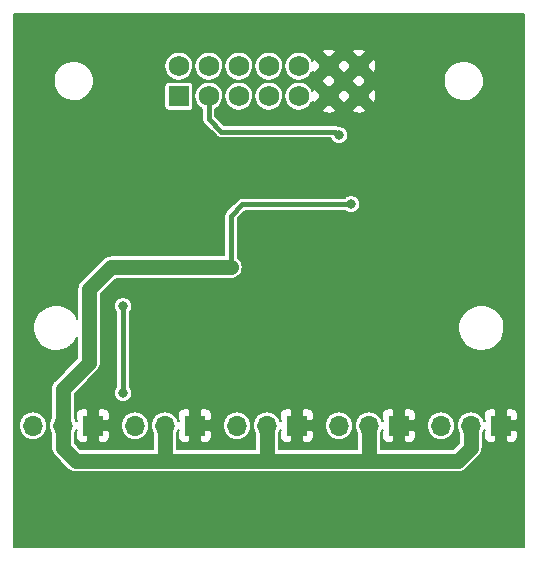
<source format=gbl>
G04 #@! TF.FileFunction,Copper,L2,Bot,Signal*
%FSLAX46Y46*%
G04 Gerber Fmt 4.6, Leading zero omitted, Abs format (unit mm)*
G04 Created by KiCad (PCBNEW 4.0.7-e2-6376~61~ubuntu18.04.1) date Fri Dec  6 13:26:14 2019*
%MOMM*%
%LPD*%
G01*
G04 APERTURE LIST*
%ADD10C,0.100000*%
%ADD11R,1.700000X1.700000*%
%ADD12O,1.700000X1.700000*%
%ADD13R,1.727200X1.727200*%
%ADD14C,1.727200*%
%ADD15C,0.812800*%
%ADD16C,0.406400*%
%ADD17C,1.270000*%
%ADD18C,0.203200*%
G04 APERTURE END LIST*
D10*
D11*
X7112000Y-35260000D03*
D12*
X4572000Y-35260000D03*
X2032000Y-35260000D03*
D11*
X15748000Y-35260000D03*
D12*
X13208000Y-35260000D03*
X10668000Y-35260000D03*
D11*
X24384000Y-35260000D03*
D12*
X21844000Y-35260000D03*
X19304000Y-35260000D03*
D11*
X33020000Y-35260000D03*
D12*
X30480000Y-35260000D03*
X27940000Y-35260000D03*
D11*
X41656000Y-35260000D03*
D12*
X39116000Y-35260000D03*
X36576000Y-35260000D03*
D13*
X14380000Y-7366000D03*
D14*
X14380000Y-4826000D03*
X16920000Y-7366000D03*
X16920000Y-4826000D03*
X19460000Y-7366000D03*
X19460000Y-4826000D03*
X22000000Y-7366000D03*
X22000000Y-4826000D03*
X24540000Y-7366000D03*
X24540000Y-4826000D03*
X27080000Y-7366000D03*
X27080000Y-4826000D03*
X29620000Y-7366000D03*
X29620000Y-4826000D03*
D15*
X27940000Y-10668000D03*
X6096000Y-21336000D03*
X6096000Y-20320000D03*
X6096000Y-17272000D03*
X6096000Y-18288000D03*
X6096000Y-19304000D03*
X2032000Y-21336000D03*
X2032000Y-20320000D03*
X2032000Y-17272000D03*
X2032000Y-18288000D03*
X2032000Y-19304000D03*
X36068000Y-27432000D03*
X29972000Y-27432000D03*
X32512000Y-27432000D03*
X26416000Y-27432000D03*
X23876000Y-27432000D03*
X20320000Y-27432000D03*
X17780000Y-27432000D03*
X14224000Y-27432000D03*
X11684000Y-27432000D03*
X8128000Y-27432000D03*
X9652000Y-25146000D03*
X9652000Y-32512000D03*
X18796000Y-21844000D03*
X17780000Y-21844000D03*
X16764000Y-21844000D03*
X15748000Y-21844000D03*
X14732000Y-21844000D03*
X28956000Y-16510000D03*
D16*
X17990303Y-10370303D02*
X27642303Y-10370303D01*
X27642303Y-10370303D02*
X27940000Y-10668000D01*
X17990303Y-10370303D02*
X16920000Y-9300000D01*
X16920000Y-9300000D02*
X16920000Y-7366000D01*
X9652000Y-32512000D02*
X9652000Y-25146000D01*
D17*
X8636000Y-21844000D02*
X6784191Y-23695809D01*
X6784191Y-23695809D02*
X6784191Y-29937335D01*
X6784191Y-29937335D02*
X4572000Y-32149526D01*
X8636000Y-21844000D02*
X14732000Y-21844000D01*
X4572000Y-32149526D02*
X4572000Y-35260000D01*
X21844000Y-38221149D02*
X30480000Y-38221149D01*
X30480000Y-38221149D02*
X38032020Y-38221149D01*
X30480000Y-35260000D02*
X30480000Y-38221149D01*
X13208000Y-38221149D02*
X21844000Y-38221149D01*
X21844000Y-35260000D02*
X21844000Y-38221149D01*
X5643160Y-38221149D02*
X13208000Y-38221149D01*
X13208000Y-35260000D02*
X13208000Y-38221149D01*
X4572000Y-35260000D02*
X4572000Y-37149989D01*
X4572000Y-37149989D02*
X5643160Y-38221149D01*
X38032020Y-38221149D02*
X39116000Y-37137169D01*
X39116000Y-37137169D02*
X39116000Y-35260000D01*
D16*
X18796000Y-21844000D02*
X18796000Y-17486517D01*
X19772517Y-16510000D02*
X28956000Y-16510000D01*
X18796000Y-17486517D02*
X19772517Y-16510000D01*
D17*
X17780000Y-21844000D02*
X18796000Y-21844000D01*
X16764000Y-21844000D02*
X17780000Y-21844000D01*
X15748000Y-21844000D02*
X16764000Y-21844000D01*
X14732000Y-21844000D02*
X15748000Y-21844000D01*
D18*
G36*
X43569400Y-45569400D02*
X430600Y-45569400D01*
X430600Y-35254167D01*
X826400Y-35254167D01*
X826400Y-35265833D01*
X849360Y-35500002D01*
X917367Y-35725251D01*
X1027830Y-35933002D01*
X1176542Y-36115340D01*
X1357837Y-36265321D01*
X1564811Y-36377231D01*
X1789580Y-36446809D01*
X2023583Y-36471404D01*
X2257907Y-36450079D01*
X2483626Y-36383646D01*
X2692142Y-36274636D01*
X2875514Y-36127201D01*
X3026757Y-35946957D01*
X3140110Y-35740769D01*
X3211255Y-35516491D01*
X3237482Y-35282666D01*
X3237600Y-35265833D01*
X3237600Y-35254167D01*
X3214640Y-35019998D01*
X3146633Y-34794749D01*
X3036170Y-34586998D01*
X2887458Y-34404660D01*
X2706163Y-34254679D01*
X2499189Y-34142769D01*
X2274420Y-34073191D01*
X2040417Y-34048596D01*
X1806093Y-34069921D01*
X1580374Y-34136354D01*
X1371858Y-34245364D01*
X1188486Y-34392799D01*
X1037243Y-34573043D01*
X923890Y-34779231D01*
X852745Y-35003509D01*
X826518Y-35237334D01*
X826400Y-35254167D01*
X430600Y-35254167D01*
X430600Y-27164432D01*
X2041830Y-27164432D01*
X2111061Y-27541644D01*
X2252242Y-27898226D01*
X2459994Y-28220594D01*
X2726404Y-28496470D01*
X3041326Y-28715346D01*
X3392762Y-28868885D01*
X3767329Y-28951239D01*
X4150758Y-28959270D01*
X4528444Y-28892674D01*
X4886002Y-28753986D01*
X5209813Y-28548490D01*
X5487542Y-28284012D01*
X5708611Y-27970626D01*
X5793591Y-27779758D01*
X5793591Y-29527015D01*
X3871540Y-31449066D01*
X3813472Y-31519759D01*
X3754643Y-31589870D01*
X3752134Y-31594434D01*
X3748827Y-31598460D01*
X3705577Y-31679120D01*
X3661505Y-31759287D01*
X3659930Y-31764251D01*
X3657468Y-31768843D01*
X3630705Y-31856381D01*
X3603047Y-31943569D01*
X3602467Y-31948744D01*
X3600943Y-31953727D01*
X3591692Y-32044805D01*
X3581497Y-32135695D01*
X3581426Y-32145875D01*
X3581406Y-32146068D01*
X3581423Y-32146248D01*
X3581400Y-32149526D01*
X3581400Y-34568089D01*
X3577243Y-34573043D01*
X3463890Y-34779231D01*
X3392745Y-35003509D01*
X3366518Y-35237334D01*
X3366400Y-35254167D01*
X3366400Y-35265833D01*
X3389360Y-35500002D01*
X3457367Y-35725251D01*
X3567830Y-35933002D01*
X3581400Y-35949640D01*
X3581400Y-37149989D01*
X3590331Y-37241073D01*
X3598305Y-37332211D01*
X3599757Y-37337210D01*
X3600266Y-37342398D01*
X3626719Y-37430014D01*
X3652242Y-37517866D01*
X3654640Y-37522492D01*
X3656145Y-37527477D01*
X3699097Y-37608258D01*
X3741213Y-37689509D01*
X3744462Y-37693579D01*
X3746908Y-37698179D01*
X3804787Y-37769145D01*
X3861829Y-37840600D01*
X3868973Y-37847846D01*
X3869099Y-37848000D01*
X3869242Y-37848118D01*
X3871540Y-37850449D01*
X4942700Y-38921609D01*
X5013393Y-38979677D01*
X5083504Y-39038506D01*
X5088068Y-39041015D01*
X5092094Y-39044322D01*
X5172754Y-39087572D01*
X5252921Y-39131644D01*
X5257885Y-39133219D01*
X5262477Y-39135681D01*
X5350015Y-39162444D01*
X5437203Y-39190102D01*
X5442378Y-39190682D01*
X5447361Y-39192206D01*
X5538439Y-39201457D01*
X5629329Y-39211652D01*
X5639509Y-39211723D01*
X5639702Y-39211743D01*
X5639882Y-39211726D01*
X5643160Y-39211749D01*
X38032020Y-39211749D01*
X38123104Y-39202818D01*
X38214242Y-39194844D01*
X38219241Y-39193392D01*
X38224429Y-39192883D01*
X38312045Y-39166430D01*
X38399897Y-39140907D01*
X38404523Y-39138509D01*
X38409508Y-39137004D01*
X38490289Y-39094052D01*
X38571540Y-39051936D01*
X38575610Y-39048687D01*
X38580210Y-39046241D01*
X38651176Y-38988362D01*
X38722631Y-38931320D01*
X38729877Y-38924176D01*
X38730031Y-38924050D01*
X38730149Y-38923907D01*
X38732480Y-38921609D01*
X39816460Y-37837629D01*
X39874528Y-37766936D01*
X39933357Y-37696825D01*
X39935866Y-37692261D01*
X39939173Y-37688235D01*
X39982404Y-37607610D01*
X40026495Y-37527408D01*
X40028071Y-37522440D01*
X40030531Y-37517852D01*
X40057281Y-37430360D01*
X40084953Y-37343126D01*
X40085533Y-37337951D01*
X40087057Y-37332968D01*
X40096308Y-37241890D01*
X40106503Y-37151000D01*
X40106574Y-37140820D01*
X40106594Y-37140627D01*
X40106577Y-37140447D01*
X40106600Y-37137169D01*
X40106600Y-35951911D01*
X40110757Y-35946957D01*
X40224110Y-35740769D01*
X40247701Y-35666402D01*
X40348798Y-35666402D01*
X40196400Y-35818800D01*
X40196400Y-36170040D01*
X40219827Y-36287813D01*
X40265779Y-36398754D01*
X40332493Y-36498597D01*
X40417402Y-36583507D01*
X40517246Y-36650220D01*
X40628186Y-36696173D01*
X40745959Y-36719600D01*
X41097200Y-36719600D01*
X41249600Y-36567200D01*
X41249600Y-35666400D01*
X42062400Y-35666400D01*
X42062400Y-36567200D01*
X42214800Y-36719600D01*
X42566041Y-36719600D01*
X42683814Y-36696173D01*
X42794754Y-36650220D01*
X42894598Y-36583507D01*
X42979507Y-36498597D01*
X43046221Y-36398754D01*
X43092173Y-36287813D01*
X43115600Y-36170040D01*
X43115600Y-35818800D01*
X42963200Y-35666400D01*
X42062400Y-35666400D01*
X41249600Y-35666400D01*
X41229600Y-35666400D01*
X41229600Y-34853600D01*
X41249600Y-34853600D01*
X41249600Y-33952800D01*
X42062400Y-33952800D01*
X42062400Y-34853600D01*
X42963200Y-34853600D01*
X43115600Y-34701200D01*
X43115600Y-34349960D01*
X43092173Y-34232187D01*
X43046221Y-34121246D01*
X42979507Y-34021403D01*
X42894598Y-33936493D01*
X42794754Y-33869780D01*
X42683814Y-33823827D01*
X42566041Y-33800400D01*
X42214800Y-33800400D01*
X42062400Y-33952800D01*
X41249600Y-33952800D01*
X41097200Y-33800400D01*
X40745959Y-33800400D01*
X40628186Y-33823827D01*
X40517246Y-33869780D01*
X40417402Y-33936493D01*
X40332493Y-34021403D01*
X40265779Y-34121246D01*
X40219827Y-34232187D01*
X40196400Y-34349960D01*
X40196400Y-34701200D01*
X40348798Y-34853598D01*
X40248401Y-34853598D01*
X40230633Y-34794749D01*
X40120170Y-34586998D01*
X39971458Y-34404660D01*
X39790163Y-34254679D01*
X39583189Y-34142769D01*
X39358420Y-34073191D01*
X39124417Y-34048596D01*
X38890093Y-34069921D01*
X38664374Y-34136354D01*
X38455858Y-34245364D01*
X38272486Y-34392799D01*
X38121243Y-34573043D01*
X38007890Y-34779231D01*
X37936745Y-35003509D01*
X37910518Y-35237334D01*
X37910400Y-35254167D01*
X37910400Y-35265833D01*
X37933360Y-35500002D01*
X38001367Y-35725251D01*
X38111830Y-35933002D01*
X38125400Y-35949640D01*
X38125400Y-36726849D01*
X37621700Y-37230549D01*
X31470600Y-37230549D01*
X31470600Y-35951911D01*
X31474757Y-35946957D01*
X31588110Y-35740769D01*
X31611701Y-35666402D01*
X31712798Y-35666402D01*
X31560400Y-35818800D01*
X31560400Y-36170040D01*
X31583827Y-36287813D01*
X31629779Y-36398754D01*
X31696493Y-36498597D01*
X31781402Y-36583507D01*
X31881246Y-36650220D01*
X31992186Y-36696173D01*
X32109959Y-36719600D01*
X32461200Y-36719600D01*
X32613600Y-36567200D01*
X32613600Y-35666400D01*
X33426400Y-35666400D01*
X33426400Y-36567200D01*
X33578800Y-36719600D01*
X33930041Y-36719600D01*
X34047814Y-36696173D01*
X34158754Y-36650220D01*
X34258598Y-36583507D01*
X34343507Y-36498597D01*
X34410221Y-36398754D01*
X34456173Y-36287813D01*
X34479600Y-36170040D01*
X34479600Y-35818800D01*
X34327200Y-35666400D01*
X33426400Y-35666400D01*
X32613600Y-35666400D01*
X32593600Y-35666400D01*
X32593600Y-35254167D01*
X35370400Y-35254167D01*
X35370400Y-35265833D01*
X35393360Y-35500002D01*
X35461367Y-35725251D01*
X35571830Y-35933002D01*
X35720542Y-36115340D01*
X35901837Y-36265321D01*
X36108811Y-36377231D01*
X36333580Y-36446809D01*
X36567583Y-36471404D01*
X36801907Y-36450079D01*
X37027626Y-36383646D01*
X37236142Y-36274636D01*
X37419514Y-36127201D01*
X37570757Y-35946957D01*
X37684110Y-35740769D01*
X37755255Y-35516491D01*
X37781482Y-35282666D01*
X37781600Y-35265833D01*
X37781600Y-35254167D01*
X37758640Y-35019998D01*
X37690633Y-34794749D01*
X37580170Y-34586998D01*
X37431458Y-34404660D01*
X37250163Y-34254679D01*
X37043189Y-34142769D01*
X36818420Y-34073191D01*
X36584417Y-34048596D01*
X36350093Y-34069921D01*
X36124374Y-34136354D01*
X35915858Y-34245364D01*
X35732486Y-34392799D01*
X35581243Y-34573043D01*
X35467890Y-34779231D01*
X35396745Y-35003509D01*
X35370518Y-35237334D01*
X35370400Y-35254167D01*
X32593600Y-35254167D01*
X32593600Y-34853600D01*
X32613600Y-34853600D01*
X32613600Y-33952800D01*
X33426400Y-33952800D01*
X33426400Y-34853600D01*
X34327200Y-34853600D01*
X34479600Y-34701200D01*
X34479600Y-34349960D01*
X34456173Y-34232187D01*
X34410221Y-34121246D01*
X34343507Y-34021403D01*
X34258598Y-33936493D01*
X34158754Y-33869780D01*
X34047814Y-33823827D01*
X33930041Y-33800400D01*
X33578800Y-33800400D01*
X33426400Y-33952800D01*
X32613600Y-33952800D01*
X32461200Y-33800400D01*
X32109959Y-33800400D01*
X31992186Y-33823827D01*
X31881246Y-33869780D01*
X31781402Y-33936493D01*
X31696493Y-34021403D01*
X31629779Y-34121246D01*
X31583827Y-34232187D01*
X31560400Y-34349960D01*
X31560400Y-34701200D01*
X31712798Y-34853598D01*
X31612401Y-34853598D01*
X31594633Y-34794749D01*
X31484170Y-34586998D01*
X31335458Y-34404660D01*
X31154163Y-34254679D01*
X30947189Y-34142769D01*
X30722420Y-34073191D01*
X30488417Y-34048596D01*
X30254093Y-34069921D01*
X30028374Y-34136354D01*
X29819858Y-34245364D01*
X29636486Y-34392799D01*
X29485243Y-34573043D01*
X29371890Y-34779231D01*
X29300745Y-35003509D01*
X29274518Y-35237334D01*
X29274400Y-35254167D01*
X29274400Y-35265833D01*
X29297360Y-35500002D01*
X29365367Y-35725251D01*
X29475830Y-35933002D01*
X29489400Y-35949640D01*
X29489400Y-37230549D01*
X22834600Y-37230549D01*
X22834600Y-35951911D01*
X22838757Y-35946957D01*
X22952110Y-35740769D01*
X22975701Y-35666402D01*
X23076798Y-35666402D01*
X22924400Y-35818800D01*
X22924400Y-36170040D01*
X22947827Y-36287813D01*
X22993779Y-36398754D01*
X23060493Y-36498597D01*
X23145402Y-36583507D01*
X23245246Y-36650220D01*
X23356186Y-36696173D01*
X23473959Y-36719600D01*
X23825200Y-36719600D01*
X23977600Y-36567200D01*
X23977600Y-35666400D01*
X24790400Y-35666400D01*
X24790400Y-36567200D01*
X24942800Y-36719600D01*
X25294041Y-36719600D01*
X25411814Y-36696173D01*
X25522754Y-36650220D01*
X25622598Y-36583507D01*
X25707507Y-36498597D01*
X25774221Y-36398754D01*
X25820173Y-36287813D01*
X25843600Y-36170040D01*
X25843600Y-35818800D01*
X25691200Y-35666400D01*
X24790400Y-35666400D01*
X23977600Y-35666400D01*
X23957600Y-35666400D01*
X23957600Y-35254167D01*
X26734400Y-35254167D01*
X26734400Y-35265833D01*
X26757360Y-35500002D01*
X26825367Y-35725251D01*
X26935830Y-35933002D01*
X27084542Y-36115340D01*
X27265837Y-36265321D01*
X27472811Y-36377231D01*
X27697580Y-36446809D01*
X27931583Y-36471404D01*
X28165907Y-36450079D01*
X28391626Y-36383646D01*
X28600142Y-36274636D01*
X28783514Y-36127201D01*
X28934757Y-35946957D01*
X29048110Y-35740769D01*
X29119255Y-35516491D01*
X29145482Y-35282666D01*
X29145600Y-35265833D01*
X29145600Y-35254167D01*
X29122640Y-35019998D01*
X29054633Y-34794749D01*
X28944170Y-34586998D01*
X28795458Y-34404660D01*
X28614163Y-34254679D01*
X28407189Y-34142769D01*
X28182420Y-34073191D01*
X27948417Y-34048596D01*
X27714093Y-34069921D01*
X27488374Y-34136354D01*
X27279858Y-34245364D01*
X27096486Y-34392799D01*
X26945243Y-34573043D01*
X26831890Y-34779231D01*
X26760745Y-35003509D01*
X26734518Y-35237334D01*
X26734400Y-35254167D01*
X23957600Y-35254167D01*
X23957600Y-34853600D01*
X23977600Y-34853600D01*
X23977600Y-33952800D01*
X24790400Y-33952800D01*
X24790400Y-34853600D01*
X25691200Y-34853600D01*
X25843600Y-34701200D01*
X25843600Y-34349960D01*
X25820173Y-34232187D01*
X25774221Y-34121246D01*
X25707507Y-34021403D01*
X25622598Y-33936493D01*
X25522754Y-33869780D01*
X25411814Y-33823827D01*
X25294041Y-33800400D01*
X24942800Y-33800400D01*
X24790400Y-33952800D01*
X23977600Y-33952800D01*
X23825200Y-33800400D01*
X23473959Y-33800400D01*
X23356186Y-33823827D01*
X23245246Y-33869780D01*
X23145402Y-33936493D01*
X23060493Y-34021403D01*
X22993779Y-34121246D01*
X22947827Y-34232187D01*
X22924400Y-34349960D01*
X22924400Y-34701200D01*
X23076798Y-34853598D01*
X22976401Y-34853598D01*
X22958633Y-34794749D01*
X22848170Y-34586998D01*
X22699458Y-34404660D01*
X22518163Y-34254679D01*
X22311189Y-34142769D01*
X22086420Y-34073191D01*
X21852417Y-34048596D01*
X21618093Y-34069921D01*
X21392374Y-34136354D01*
X21183858Y-34245364D01*
X21000486Y-34392799D01*
X20849243Y-34573043D01*
X20735890Y-34779231D01*
X20664745Y-35003509D01*
X20638518Y-35237334D01*
X20638400Y-35254167D01*
X20638400Y-35265833D01*
X20661360Y-35500002D01*
X20729367Y-35725251D01*
X20839830Y-35933002D01*
X20853400Y-35949640D01*
X20853400Y-37230549D01*
X14198600Y-37230549D01*
X14198600Y-35951911D01*
X14202757Y-35946957D01*
X14316110Y-35740769D01*
X14339701Y-35666402D01*
X14440798Y-35666402D01*
X14288400Y-35818800D01*
X14288400Y-36170040D01*
X14311827Y-36287813D01*
X14357779Y-36398754D01*
X14424493Y-36498597D01*
X14509402Y-36583507D01*
X14609246Y-36650220D01*
X14720186Y-36696173D01*
X14837959Y-36719600D01*
X15189200Y-36719600D01*
X15341600Y-36567200D01*
X15341600Y-35666400D01*
X16154400Y-35666400D01*
X16154400Y-36567200D01*
X16306800Y-36719600D01*
X16658041Y-36719600D01*
X16775814Y-36696173D01*
X16886754Y-36650220D01*
X16986598Y-36583507D01*
X17071507Y-36498597D01*
X17138221Y-36398754D01*
X17184173Y-36287813D01*
X17207600Y-36170040D01*
X17207600Y-35818800D01*
X17055200Y-35666400D01*
X16154400Y-35666400D01*
X15341600Y-35666400D01*
X15321600Y-35666400D01*
X15321600Y-35254167D01*
X18098400Y-35254167D01*
X18098400Y-35265833D01*
X18121360Y-35500002D01*
X18189367Y-35725251D01*
X18299830Y-35933002D01*
X18448542Y-36115340D01*
X18629837Y-36265321D01*
X18836811Y-36377231D01*
X19061580Y-36446809D01*
X19295583Y-36471404D01*
X19529907Y-36450079D01*
X19755626Y-36383646D01*
X19964142Y-36274636D01*
X20147514Y-36127201D01*
X20298757Y-35946957D01*
X20412110Y-35740769D01*
X20483255Y-35516491D01*
X20509482Y-35282666D01*
X20509600Y-35265833D01*
X20509600Y-35254167D01*
X20486640Y-35019998D01*
X20418633Y-34794749D01*
X20308170Y-34586998D01*
X20159458Y-34404660D01*
X19978163Y-34254679D01*
X19771189Y-34142769D01*
X19546420Y-34073191D01*
X19312417Y-34048596D01*
X19078093Y-34069921D01*
X18852374Y-34136354D01*
X18643858Y-34245364D01*
X18460486Y-34392799D01*
X18309243Y-34573043D01*
X18195890Y-34779231D01*
X18124745Y-35003509D01*
X18098518Y-35237334D01*
X18098400Y-35254167D01*
X15321600Y-35254167D01*
X15321600Y-34853600D01*
X15341600Y-34853600D01*
X15341600Y-33952800D01*
X16154400Y-33952800D01*
X16154400Y-34853600D01*
X17055200Y-34853600D01*
X17207600Y-34701200D01*
X17207600Y-34349960D01*
X17184173Y-34232187D01*
X17138221Y-34121246D01*
X17071507Y-34021403D01*
X16986598Y-33936493D01*
X16886754Y-33869780D01*
X16775814Y-33823827D01*
X16658041Y-33800400D01*
X16306800Y-33800400D01*
X16154400Y-33952800D01*
X15341600Y-33952800D01*
X15189200Y-33800400D01*
X14837959Y-33800400D01*
X14720186Y-33823827D01*
X14609246Y-33869780D01*
X14509402Y-33936493D01*
X14424493Y-34021403D01*
X14357779Y-34121246D01*
X14311827Y-34232187D01*
X14288400Y-34349960D01*
X14288400Y-34701200D01*
X14440798Y-34853598D01*
X14340401Y-34853598D01*
X14322633Y-34794749D01*
X14212170Y-34586998D01*
X14063458Y-34404660D01*
X13882163Y-34254679D01*
X13675189Y-34142769D01*
X13450420Y-34073191D01*
X13216417Y-34048596D01*
X12982093Y-34069921D01*
X12756374Y-34136354D01*
X12547858Y-34245364D01*
X12364486Y-34392799D01*
X12213243Y-34573043D01*
X12099890Y-34779231D01*
X12028745Y-35003509D01*
X12002518Y-35237334D01*
X12002400Y-35254167D01*
X12002400Y-35265833D01*
X12025360Y-35500002D01*
X12093367Y-35725251D01*
X12203830Y-35933002D01*
X12217400Y-35949640D01*
X12217400Y-37230549D01*
X6053480Y-37230549D01*
X5562600Y-36739669D01*
X5562600Y-35951911D01*
X5566757Y-35946957D01*
X5680110Y-35740769D01*
X5703701Y-35666402D01*
X5804798Y-35666402D01*
X5652400Y-35818800D01*
X5652400Y-36170040D01*
X5675827Y-36287813D01*
X5721779Y-36398754D01*
X5788493Y-36498597D01*
X5873402Y-36583507D01*
X5973246Y-36650220D01*
X6084186Y-36696173D01*
X6201959Y-36719600D01*
X6553200Y-36719600D01*
X6705600Y-36567200D01*
X6705600Y-35666400D01*
X7518400Y-35666400D01*
X7518400Y-36567200D01*
X7670800Y-36719600D01*
X8022041Y-36719600D01*
X8139814Y-36696173D01*
X8250754Y-36650220D01*
X8350598Y-36583507D01*
X8435507Y-36498597D01*
X8502221Y-36398754D01*
X8548173Y-36287813D01*
X8571600Y-36170040D01*
X8571600Y-35818800D01*
X8419200Y-35666400D01*
X7518400Y-35666400D01*
X6705600Y-35666400D01*
X6685600Y-35666400D01*
X6685600Y-35254167D01*
X9462400Y-35254167D01*
X9462400Y-35265833D01*
X9485360Y-35500002D01*
X9553367Y-35725251D01*
X9663830Y-35933002D01*
X9812542Y-36115340D01*
X9993837Y-36265321D01*
X10200811Y-36377231D01*
X10425580Y-36446809D01*
X10659583Y-36471404D01*
X10893907Y-36450079D01*
X11119626Y-36383646D01*
X11328142Y-36274636D01*
X11511514Y-36127201D01*
X11662757Y-35946957D01*
X11776110Y-35740769D01*
X11847255Y-35516491D01*
X11873482Y-35282666D01*
X11873600Y-35265833D01*
X11873600Y-35254167D01*
X11850640Y-35019998D01*
X11782633Y-34794749D01*
X11672170Y-34586998D01*
X11523458Y-34404660D01*
X11342163Y-34254679D01*
X11135189Y-34142769D01*
X10910420Y-34073191D01*
X10676417Y-34048596D01*
X10442093Y-34069921D01*
X10216374Y-34136354D01*
X10007858Y-34245364D01*
X9824486Y-34392799D01*
X9673243Y-34573043D01*
X9559890Y-34779231D01*
X9488745Y-35003509D01*
X9462518Y-35237334D01*
X9462400Y-35254167D01*
X6685600Y-35254167D01*
X6685600Y-34853600D01*
X6705600Y-34853600D01*
X6705600Y-33952800D01*
X7518400Y-33952800D01*
X7518400Y-34853600D01*
X8419200Y-34853600D01*
X8571600Y-34701200D01*
X8571600Y-34349960D01*
X8548173Y-34232187D01*
X8502221Y-34121246D01*
X8435507Y-34021403D01*
X8350598Y-33936493D01*
X8250754Y-33869780D01*
X8139814Y-33823827D01*
X8022041Y-33800400D01*
X7670800Y-33800400D01*
X7518400Y-33952800D01*
X6705600Y-33952800D01*
X6553200Y-33800400D01*
X6201959Y-33800400D01*
X6084186Y-33823827D01*
X5973246Y-33869780D01*
X5873402Y-33936493D01*
X5788493Y-34021403D01*
X5721779Y-34121246D01*
X5675827Y-34232187D01*
X5652400Y-34349960D01*
X5652400Y-34701200D01*
X5804798Y-34853598D01*
X5704401Y-34853598D01*
X5686633Y-34794749D01*
X5576170Y-34586998D01*
X5562600Y-34570360D01*
X5562600Y-32559846D01*
X7484651Y-30637795D01*
X7542741Y-30567075D01*
X7601548Y-30496991D01*
X7604055Y-30492430D01*
X7607365Y-30488401D01*
X7650635Y-30407702D01*
X7694686Y-30327574D01*
X7696261Y-30322611D01*
X7698723Y-30318018D01*
X7725486Y-30230480D01*
X7753144Y-30143292D01*
X7753724Y-30138117D01*
X7755248Y-30133134D01*
X7764504Y-30042016D01*
X7774694Y-29951166D01*
X7774765Y-29940996D01*
X7774786Y-29940792D01*
X7774768Y-29940602D01*
X7774791Y-29937335D01*
X7774791Y-25210071D01*
X8888998Y-25210071D01*
X8915974Y-25357052D01*
X8970985Y-25495994D01*
X9051936Y-25621605D01*
X9093200Y-25664335D01*
X9093200Y-31992651D01*
X9065450Y-32019826D01*
X8981023Y-32143127D01*
X8922154Y-32280479D01*
X8891085Y-32426650D01*
X8888998Y-32576071D01*
X8915974Y-32723052D01*
X8970985Y-32861994D01*
X9051936Y-32987605D01*
X9155743Y-33095100D01*
X9278452Y-33180385D01*
X9415390Y-33240212D01*
X9561340Y-33272301D01*
X9710743Y-33275430D01*
X9857908Y-33249481D01*
X9997231Y-33195441D01*
X10123404Y-33115370D01*
X10231621Y-33012316D01*
X10317761Y-32890205D01*
X10378542Y-32753688D01*
X10411649Y-32607966D01*
X10414033Y-32437282D01*
X10385007Y-32290692D01*
X10328061Y-32152532D01*
X10245365Y-32028063D01*
X10210800Y-31993256D01*
X10210800Y-27164432D01*
X38041830Y-27164432D01*
X38111061Y-27541644D01*
X38252242Y-27898226D01*
X38459994Y-28220594D01*
X38726404Y-28496470D01*
X39041326Y-28715346D01*
X39392762Y-28868885D01*
X39767329Y-28951239D01*
X40150758Y-28959270D01*
X40528444Y-28892674D01*
X40886002Y-28753986D01*
X41209813Y-28548490D01*
X41487542Y-28284012D01*
X41708611Y-27970626D01*
X41864600Y-27620270D01*
X41949567Y-27246288D01*
X41955684Y-26808244D01*
X41881192Y-26432035D01*
X41735047Y-26077459D01*
X41522814Y-25758023D01*
X41252578Y-25485894D01*
X40934631Y-25271436D01*
X40581085Y-25122819D01*
X40205405Y-25045703D01*
X39821901Y-25043025D01*
X39445182Y-25114889D01*
X39089595Y-25258555D01*
X38768685Y-25468553D01*
X38494675Y-25736882D01*
X38278003Y-26053324D01*
X38126921Y-26405824D01*
X38047184Y-26780957D01*
X38041830Y-27164432D01*
X10210800Y-27164432D01*
X10210800Y-25666144D01*
X10231621Y-25646316D01*
X10317761Y-25524205D01*
X10378542Y-25387688D01*
X10411649Y-25241966D01*
X10414033Y-25071282D01*
X10385007Y-24924692D01*
X10328061Y-24786532D01*
X10245365Y-24662063D01*
X10140067Y-24556028D01*
X10016179Y-24472465D01*
X9878420Y-24414556D01*
X9732036Y-24384508D01*
X9582604Y-24383464D01*
X9435815Y-24411466D01*
X9297260Y-24467445D01*
X9172218Y-24549271D01*
X9065450Y-24653826D01*
X8981023Y-24777127D01*
X8922154Y-24914479D01*
X8891085Y-25060650D01*
X8888998Y-25210071D01*
X7774791Y-25210071D01*
X7774791Y-24106129D01*
X9046320Y-22834600D01*
X18796000Y-22834600D01*
X18988409Y-22815734D01*
X19173488Y-22759855D01*
X19344190Y-22669092D01*
X19494011Y-22546901D01*
X19617245Y-22397936D01*
X19709198Y-22227873D01*
X19766367Y-22043188D01*
X19786576Y-21850916D01*
X19769054Y-21658380D01*
X19714468Y-21472915D01*
X19624899Y-21301584D01*
X19503757Y-21150913D01*
X19355656Y-21026643D01*
X19354800Y-21026172D01*
X19354800Y-17717979D01*
X20003980Y-17068800D01*
X28436277Y-17068800D01*
X28459743Y-17093100D01*
X28582452Y-17178385D01*
X28719390Y-17238212D01*
X28865340Y-17270301D01*
X29014743Y-17273430D01*
X29161908Y-17247481D01*
X29301231Y-17193441D01*
X29427404Y-17113370D01*
X29535621Y-17010316D01*
X29621761Y-16888205D01*
X29682542Y-16751688D01*
X29715649Y-16605966D01*
X29718033Y-16435282D01*
X29689007Y-16288692D01*
X29632061Y-16150532D01*
X29549365Y-16026063D01*
X29444067Y-15920028D01*
X29320179Y-15836465D01*
X29182420Y-15778556D01*
X29036036Y-15748508D01*
X28886604Y-15747464D01*
X28739815Y-15775466D01*
X28601260Y-15831445D01*
X28476218Y-15913271D01*
X28437486Y-15951200D01*
X19772517Y-15951200D01*
X19721194Y-15956232D01*
X19669726Y-15960735D01*
X19666902Y-15961555D01*
X19663979Y-15961842D01*
X19614589Y-15976754D01*
X19564997Y-15991162D01*
X19562387Y-15992515D01*
X19559575Y-15993364D01*
X19514020Y-16017586D01*
X19468173Y-16041351D01*
X19465876Y-16043185D01*
X19463282Y-16044564D01*
X19423297Y-16077175D01*
X19382941Y-16109390D01*
X19378850Y-16113424D01*
X19378767Y-16113492D01*
X19378703Y-16113569D01*
X19377386Y-16114868D01*
X18400869Y-17091386D01*
X18368116Y-17131260D01*
X18334927Y-17170813D01*
X18333511Y-17173388D01*
X18331646Y-17175659D01*
X18307260Y-17221139D01*
X18282387Y-17266382D01*
X18281498Y-17269184D01*
X18280110Y-17271773D01*
X18265029Y-17321101D01*
X18249411Y-17370336D01*
X18249083Y-17373259D01*
X18248225Y-17376066D01*
X18243012Y-17427380D01*
X18237254Y-17478715D01*
X18237214Y-17484456D01*
X18237203Y-17484567D01*
X18237213Y-17484670D01*
X18237200Y-17486517D01*
X18237200Y-20853400D01*
X8636000Y-20853400D01*
X8544916Y-20862331D01*
X8453778Y-20870305D01*
X8448779Y-20871757D01*
X8443591Y-20872266D01*
X8355975Y-20898719D01*
X8268123Y-20924242D01*
X8263497Y-20926640D01*
X8258512Y-20928145D01*
X8177731Y-20971097D01*
X8096480Y-21013213D01*
X8092410Y-21016462D01*
X8087810Y-21018908D01*
X8016868Y-21076767D01*
X7945388Y-21133829D01*
X7938142Y-21140974D01*
X7937989Y-21141099D01*
X7937872Y-21141240D01*
X7935540Y-21143540D01*
X6083731Y-22995349D01*
X6025663Y-23066042D01*
X5966834Y-23136153D01*
X5964325Y-23140717D01*
X5961018Y-23144743D01*
X5917768Y-23225403D01*
X5873696Y-23305570D01*
X5872121Y-23310534D01*
X5869659Y-23315126D01*
X5842896Y-23402664D01*
X5815238Y-23489852D01*
X5814658Y-23495027D01*
X5813134Y-23500010D01*
X5803883Y-23591088D01*
X5793688Y-23681978D01*
X5793617Y-23692158D01*
X5793597Y-23692351D01*
X5793614Y-23692531D01*
X5793591Y-23695809D01*
X5793591Y-26219498D01*
X5735047Y-26077459D01*
X5522814Y-25758023D01*
X5252578Y-25485894D01*
X4934631Y-25271436D01*
X4581085Y-25122819D01*
X4205405Y-25045703D01*
X3821901Y-25043025D01*
X3445182Y-25114889D01*
X3089595Y-25258555D01*
X2768685Y-25468553D01*
X2494675Y-25736882D01*
X2278003Y-26053324D01*
X2126921Y-26405824D01*
X2047184Y-26780957D01*
X2041830Y-27164432D01*
X430600Y-27164432D01*
X430600Y-6239412D01*
X3782158Y-6239412D01*
X3842539Y-6568402D01*
X3965671Y-6879399D01*
X4146865Y-7160556D01*
X4379218Y-7401165D01*
X4653880Y-7592060D01*
X4960390Y-7725971D01*
X5287073Y-7797797D01*
X5621485Y-7804802D01*
X5950889Y-7746719D01*
X6262738Y-7625761D01*
X6545153Y-7446535D01*
X6787378Y-7215867D01*
X6980186Y-6942544D01*
X7116234Y-6636976D01*
X7146809Y-6502400D01*
X13159080Y-6502400D01*
X13159080Y-8229600D01*
X13163596Y-8286228D01*
X13193340Y-8382275D01*
X13248664Y-8466233D01*
X13325188Y-8531454D01*
X13416853Y-8572773D01*
X13516400Y-8586920D01*
X15243600Y-8586920D01*
X15300228Y-8582404D01*
X15396275Y-8552660D01*
X15480233Y-8497336D01*
X15545454Y-8420812D01*
X15586773Y-8329147D01*
X15600920Y-8229600D01*
X15600920Y-7468514D01*
X15699198Y-7468514D01*
X15742359Y-7703683D01*
X15830377Y-7925990D01*
X15959898Y-8126968D01*
X16125989Y-8298960D01*
X16322324Y-8435416D01*
X16361200Y-8452400D01*
X16361200Y-9300000D01*
X16366241Y-9351414D01*
X16370736Y-9402791D01*
X16371555Y-9405610D01*
X16371842Y-9408538D01*
X16386767Y-9457970D01*
X16401162Y-9507520D01*
X16402515Y-9510130D01*
X16403364Y-9512942D01*
X16427586Y-9558497D01*
X16451351Y-9604344D01*
X16453185Y-9606641D01*
X16454564Y-9609235D01*
X16487175Y-9649220D01*
X16519390Y-9689576D01*
X16523421Y-9693663D01*
X16523492Y-9693750D01*
X16523573Y-9693817D01*
X16524869Y-9695131D01*
X17595172Y-10765434D01*
X17635046Y-10798187D01*
X17674599Y-10831376D01*
X17677174Y-10832792D01*
X17679445Y-10834657D01*
X17724925Y-10859043D01*
X17770168Y-10883916D01*
X17772970Y-10884805D01*
X17775559Y-10886193D01*
X17824887Y-10901274D01*
X17874122Y-10916892D01*
X17877045Y-10917220D01*
X17879852Y-10918078D01*
X17931166Y-10923291D01*
X17982501Y-10929049D01*
X17988242Y-10929089D01*
X17988353Y-10929100D01*
X17988456Y-10929090D01*
X17990303Y-10929103D01*
X27223791Y-10929103D01*
X27258985Y-11017994D01*
X27339936Y-11143605D01*
X27443743Y-11251100D01*
X27566452Y-11336385D01*
X27703390Y-11396212D01*
X27849340Y-11428301D01*
X27998743Y-11431430D01*
X28145908Y-11405481D01*
X28285231Y-11351441D01*
X28411404Y-11271370D01*
X28519621Y-11168316D01*
X28605761Y-11046205D01*
X28666542Y-10909688D01*
X28699649Y-10763966D01*
X28702033Y-10593282D01*
X28673007Y-10446692D01*
X28616061Y-10308532D01*
X28533365Y-10184063D01*
X28428067Y-10078028D01*
X28304179Y-9994465D01*
X28166420Y-9936556D01*
X28020036Y-9906508D01*
X27953274Y-9906042D01*
X27953161Y-9905949D01*
X27907681Y-9881563D01*
X27862438Y-9856690D01*
X27859636Y-9855801D01*
X27857047Y-9854413D01*
X27807719Y-9839332D01*
X27758484Y-9823714D01*
X27755561Y-9823386D01*
X27752754Y-9822528D01*
X27701440Y-9817315D01*
X27650105Y-9811557D01*
X27644364Y-9811517D01*
X27644253Y-9811506D01*
X27644150Y-9811516D01*
X27642303Y-9811503D01*
X18221765Y-9811503D01*
X17478800Y-9068538D01*
X17478800Y-8455425D01*
X17674246Y-8331391D01*
X17847394Y-8166505D01*
X17985217Y-7971128D01*
X18082467Y-7752701D01*
X18135439Y-7519546D01*
X18136151Y-7468514D01*
X18239198Y-7468514D01*
X18282359Y-7703683D01*
X18370377Y-7925990D01*
X18499898Y-8126968D01*
X18665989Y-8298960D01*
X18862324Y-8435416D01*
X19081424Y-8531138D01*
X19314943Y-8582481D01*
X19553988Y-8587488D01*
X19789453Y-8545969D01*
X20012370Y-8459506D01*
X20214246Y-8331391D01*
X20387394Y-8166505D01*
X20525217Y-7971128D01*
X20622467Y-7752701D01*
X20675439Y-7519546D01*
X20676151Y-7468514D01*
X20779198Y-7468514D01*
X20822359Y-7703683D01*
X20910377Y-7925990D01*
X21039898Y-8126968D01*
X21205989Y-8298960D01*
X21402324Y-8435416D01*
X21621424Y-8531138D01*
X21854943Y-8582481D01*
X22093988Y-8587488D01*
X22329453Y-8545969D01*
X22552370Y-8459506D01*
X22754246Y-8331391D01*
X22927394Y-8166505D01*
X23065217Y-7971128D01*
X23162467Y-7752701D01*
X23215439Y-7519546D01*
X23216151Y-7468514D01*
X23319198Y-7468514D01*
X23362359Y-7703683D01*
X23450377Y-7925990D01*
X23579898Y-8126968D01*
X23745989Y-8298960D01*
X23942324Y-8435416D01*
X24161424Y-8531138D01*
X24394943Y-8582481D01*
X24633988Y-8587488D01*
X24861898Y-8547301D01*
X26473435Y-8547301D01*
X26572101Y-8756471D01*
X26853128Y-8828840D01*
X27142872Y-8844992D01*
X27430201Y-8804308D01*
X27587899Y-8756471D01*
X27686565Y-8547301D01*
X29013435Y-8547301D01*
X29112101Y-8756471D01*
X29393128Y-8828840D01*
X29682872Y-8844992D01*
X29970201Y-8804308D01*
X30127899Y-8756471D01*
X30226565Y-8547301D01*
X29620000Y-7940736D01*
X29013435Y-8547301D01*
X27686565Y-8547301D01*
X27080000Y-7940736D01*
X26473435Y-8547301D01*
X24861898Y-8547301D01*
X24869453Y-8545969D01*
X25092370Y-8459506D01*
X25294246Y-8331391D01*
X25467394Y-8166505D01*
X25605217Y-7971128D01*
X25672905Y-7819098D01*
X25689529Y-7873899D01*
X25898699Y-7972565D01*
X26505264Y-7366000D01*
X27654736Y-7366000D01*
X28261301Y-7972565D01*
X28350000Y-7930725D01*
X28438699Y-7972565D01*
X29045264Y-7366000D01*
X30194736Y-7366000D01*
X30801301Y-7972565D01*
X31010471Y-7873899D01*
X31082840Y-7592872D01*
X31098992Y-7303128D01*
X31058308Y-7015799D01*
X31010471Y-6858101D01*
X30801301Y-6759435D01*
X30194736Y-7366000D01*
X29045264Y-7366000D01*
X28438699Y-6759435D01*
X28350000Y-6801275D01*
X28261301Y-6759435D01*
X27654736Y-7366000D01*
X26505264Y-7366000D01*
X25898699Y-6759435D01*
X25689529Y-6858101D01*
X25674104Y-6917998D01*
X25621698Y-6790851D01*
X25489384Y-6591702D01*
X25320907Y-6422045D01*
X25122687Y-6288343D01*
X24902272Y-6195689D01*
X24668058Y-6147612D01*
X24428966Y-6145943D01*
X24194104Y-6190745D01*
X23972416Y-6280313D01*
X23772348Y-6411234D01*
X23601520Y-6578522D01*
X23466438Y-6775804D01*
X23372247Y-6995567D01*
X23322536Y-7229440D01*
X23319198Y-7468514D01*
X23216151Y-7468514D01*
X23219252Y-7246451D01*
X23172811Y-7011907D01*
X23081698Y-6790851D01*
X22949384Y-6591702D01*
X22780907Y-6422045D01*
X22582687Y-6288343D01*
X22362272Y-6195689D01*
X22128058Y-6147612D01*
X21888966Y-6145943D01*
X21654104Y-6190745D01*
X21432416Y-6280313D01*
X21232348Y-6411234D01*
X21061520Y-6578522D01*
X20926438Y-6775804D01*
X20832247Y-6995567D01*
X20782536Y-7229440D01*
X20779198Y-7468514D01*
X20676151Y-7468514D01*
X20679252Y-7246451D01*
X20632811Y-7011907D01*
X20541698Y-6790851D01*
X20409384Y-6591702D01*
X20240907Y-6422045D01*
X20042687Y-6288343D01*
X19822272Y-6195689D01*
X19588058Y-6147612D01*
X19348966Y-6145943D01*
X19114104Y-6190745D01*
X18892416Y-6280313D01*
X18692348Y-6411234D01*
X18521520Y-6578522D01*
X18386438Y-6775804D01*
X18292247Y-6995567D01*
X18242536Y-7229440D01*
X18239198Y-7468514D01*
X18136151Y-7468514D01*
X18139252Y-7246451D01*
X18092811Y-7011907D01*
X18001698Y-6790851D01*
X17869384Y-6591702D01*
X17700907Y-6422045D01*
X17502687Y-6288343D01*
X17282272Y-6195689D01*
X17048058Y-6147612D01*
X16808966Y-6145943D01*
X16574104Y-6190745D01*
X16352416Y-6280313D01*
X16152348Y-6411234D01*
X15981520Y-6578522D01*
X15846438Y-6775804D01*
X15752247Y-6995567D01*
X15702536Y-7229440D01*
X15699198Y-7468514D01*
X15600920Y-7468514D01*
X15600920Y-6502400D01*
X15596404Y-6445772D01*
X15566660Y-6349725D01*
X15511336Y-6265767D01*
X15434812Y-6200546D01*
X15343147Y-6159227D01*
X15243600Y-6145080D01*
X13516400Y-6145080D01*
X13459772Y-6149596D01*
X13363725Y-6179340D01*
X13279767Y-6234664D01*
X13214546Y-6311188D01*
X13173227Y-6402853D01*
X13159080Y-6502400D01*
X7146809Y-6502400D01*
X7190339Y-6310803D01*
X7195673Y-5928757D01*
X7130705Y-5600642D01*
X7003242Y-5291395D01*
X6818141Y-5012795D01*
X6734447Y-4928514D01*
X13159198Y-4928514D01*
X13202359Y-5163683D01*
X13290377Y-5385990D01*
X13419898Y-5586968D01*
X13585989Y-5758960D01*
X13782324Y-5895416D01*
X14001424Y-5991138D01*
X14234943Y-6042481D01*
X14473988Y-6047488D01*
X14709453Y-6005969D01*
X14932370Y-5919506D01*
X15134246Y-5791391D01*
X15307394Y-5626505D01*
X15445217Y-5431128D01*
X15542467Y-5212701D01*
X15595439Y-4979546D01*
X15596151Y-4928514D01*
X15699198Y-4928514D01*
X15742359Y-5163683D01*
X15830377Y-5385990D01*
X15959898Y-5586968D01*
X16125989Y-5758960D01*
X16322324Y-5895416D01*
X16541424Y-5991138D01*
X16774943Y-6042481D01*
X17013988Y-6047488D01*
X17249453Y-6005969D01*
X17472370Y-5919506D01*
X17674246Y-5791391D01*
X17847394Y-5626505D01*
X17985217Y-5431128D01*
X18082467Y-5212701D01*
X18135439Y-4979546D01*
X18136151Y-4928514D01*
X18239198Y-4928514D01*
X18282359Y-5163683D01*
X18370377Y-5385990D01*
X18499898Y-5586968D01*
X18665989Y-5758960D01*
X18862324Y-5895416D01*
X19081424Y-5991138D01*
X19314943Y-6042481D01*
X19553988Y-6047488D01*
X19789453Y-6005969D01*
X20012370Y-5919506D01*
X20214246Y-5791391D01*
X20387394Y-5626505D01*
X20525217Y-5431128D01*
X20622467Y-5212701D01*
X20675439Y-4979546D01*
X20676151Y-4928514D01*
X20779198Y-4928514D01*
X20822359Y-5163683D01*
X20910377Y-5385990D01*
X21039898Y-5586968D01*
X21205989Y-5758960D01*
X21402324Y-5895416D01*
X21621424Y-5991138D01*
X21854943Y-6042481D01*
X22093988Y-6047488D01*
X22329453Y-6005969D01*
X22552370Y-5919506D01*
X22754246Y-5791391D01*
X22927394Y-5626505D01*
X23065217Y-5431128D01*
X23162467Y-5212701D01*
X23215439Y-4979546D01*
X23216151Y-4928514D01*
X23319198Y-4928514D01*
X23362359Y-5163683D01*
X23450377Y-5385990D01*
X23579898Y-5586968D01*
X23745989Y-5758960D01*
X23942324Y-5895416D01*
X24161424Y-5991138D01*
X24394943Y-6042481D01*
X24633988Y-6047488D01*
X24861898Y-6007301D01*
X26473435Y-6007301D01*
X26515275Y-6096000D01*
X26473435Y-6184699D01*
X27080000Y-6791264D01*
X27686565Y-6184699D01*
X27644725Y-6096000D01*
X27686565Y-6007301D01*
X29013435Y-6007301D01*
X29055275Y-6096000D01*
X29013435Y-6184699D01*
X29620000Y-6791264D01*
X30171852Y-6239412D01*
X36802158Y-6239412D01*
X36862539Y-6568402D01*
X36985671Y-6879399D01*
X37166865Y-7160556D01*
X37399218Y-7401165D01*
X37673880Y-7592060D01*
X37980390Y-7725971D01*
X38307073Y-7797797D01*
X38641485Y-7804802D01*
X38970889Y-7746719D01*
X39282738Y-7625761D01*
X39565153Y-7446535D01*
X39807378Y-7215867D01*
X40000186Y-6942544D01*
X40136234Y-6636976D01*
X40210339Y-6310803D01*
X40215673Y-5928757D01*
X40150705Y-5600642D01*
X40023242Y-5291395D01*
X39838141Y-5012795D01*
X39602451Y-4775454D01*
X39325150Y-4588412D01*
X39016800Y-4458793D01*
X38689146Y-4391536D01*
X38354669Y-4389201D01*
X38026108Y-4451877D01*
X37715979Y-4577177D01*
X37436093Y-4760329D01*
X37197112Y-4994357D01*
X37008139Y-5270345D01*
X36876371Y-5577782D01*
X36806828Y-5904959D01*
X36802158Y-6239412D01*
X30171852Y-6239412D01*
X30226565Y-6184699D01*
X30184725Y-6096000D01*
X30226565Y-6007301D01*
X29620000Y-5400736D01*
X29013435Y-6007301D01*
X27686565Y-6007301D01*
X27080000Y-5400736D01*
X26473435Y-6007301D01*
X24861898Y-6007301D01*
X24869453Y-6005969D01*
X25092370Y-5919506D01*
X25294246Y-5791391D01*
X25467394Y-5626505D01*
X25605217Y-5431128D01*
X25672905Y-5279098D01*
X25689529Y-5333899D01*
X25898699Y-5432565D01*
X26505264Y-4826000D01*
X27654736Y-4826000D01*
X28261301Y-5432565D01*
X28350000Y-5390725D01*
X28438699Y-5432565D01*
X29045264Y-4826000D01*
X30194736Y-4826000D01*
X30801301Y-5432565D01*
X31010471Y-5333899D01*
X31082840Y-5052872D01*
X31098992Y-4763128D01*
X31058308Y-4475799D01*
X31010471Y-4318101D01*
X30801301Y-4219435D01*
X30194736Y-4826000D01*
X29045264Y-4826000D01*
X28438699Y-4219435D01*
X28350000Y-4261275D01*
X28261301Y-4219435D01*
X27654736Y-4826000D01*
X26505264Y-4826000D01*
X25898699Y-4219435D01*
X25689529Y-4318101D01*
X25674104Y-4377998D01*
X25621698Y-4250851D01*
X25489384Y-4051702D01*
X25320907Y-3882045D01*
X25122687Y-3748343D01*
X24902272Y-3655689D01*
X24848733Y-3644699D01*
X26473435Y-3644699D01*
X27080000Y-4251264D01*
X27686565Y-3644699D01*
X29013435Y-3644699D01*
X29620000Y-4251264D01*
X30226565Y-3644699D01*
X30127899Y-3435529D01*
X29846872Y-3363160D01*
X29557128Y-3347008D01*
X29269799Y-3387692D01*
X29112101Y-3435529D01*
X29013435Y-3644699D01*
X27686565Y-3644699D01*
X27587899Y-3435529D01*
X27306872Y-3363160D01*
X27017128Y-3347008D01*
X26729799Y-3387692D01*
X26572101Y-3435529D01*
X26473435Y-3644699D01*
X24848733Y-3644699D01*
X24668058Y-3607612D01*
X24428966Y-3605943D01*
X24194104Y-3650745D01*
X23972416Y-3740313D01*
X23772348Y-3871234D01*
X23601520Y-4038522D01*
X23466438Y-4235804D01*
X23372247Y-4455567D01*
X23322536Y-4689440D01*
X23319198Y-4928514D01*
X23216151Y-4928514D01*
X23219252Y-4706451D01*
X23172811Y-4471907D01*
X23081698Y-4250851D01*
X22949384Y-4051702D01*
X22780907Y-3882045D01*
X22582687Y-3748343D01*
X22362272Y-3655689D01*
X22128058Y-3607612D01*
X21888966Y-3605943D01*
X21654104Y-3650745D01*
X21432416Y-3740313D01*
X21232348Y-3871234D01*
X21061520Y-4038522D01*
X20926438Y-4235804D01*
X20832247Y-4455567D01*
X20782536Y-4689440D01*
X20779198Y-4928514D01*
X20676151Y-4928514D01*
X20679252Y-4706451D01*
X20632811Y-4471907D01*
X20541698Y-4250851D01*
X20409384Y-4051702D01*
X20240907Y-3882045D01*
X20042687Y-3748343D01*
X19822272Y-3655689D01*
X19588058Y-3607612D01*
X19348966Y-3605943D01*
X19114104Y-3650745D01*
X18892416Y-3740313D01*
X18692348Y-3871234D01*
X18521520Y-4038522D01*
X18386438Y-4235804D01*
X18292247Y-4455567D01*
X18242536Y-4689440D01*
X18239198Y-4928514D01*
X18136151Y-4928514D01*
X18139252Y-4706451D01*
X18092811Y-4471907D01*
X18001698Y-4250851D01*
X17869384Y-4051702D01*
X17700907Y-3882045D01*
X17502687Y-3748343D01*
X17282272Y-3655689D01*
X17048058Y-3607612D01*
X16808966Y-3605943D01*
X16574104Y-3650745D01*
X16352416Y-3740313D01*
X16152348Y-3871234D01*
X15981520Y-4038522D01*
X15846438Y-4235804D01*
X15752247Y-4455567D01*
X15702536Y-4689440D01*
X15699198Y-4928514D01*
X15596151Y-4928514D01*
X15599252Y-4706451D01*
X15552811Y-4471907D01*
X15461698Y-4250851D01*
X15329384Y-4051702D01*
X15160907Y-3882045D01*
X14962687Y-3748343D01*
X14742272Y-3655689D01*
X14508058Y-3607612D01*
X14268966Y-3605943D01*
X14034104Y-3650745D01*
X13812416Y-3740313D01*
X13612348Y-3871234D01*
X13441520Y-4038522D01*
X13306438Y-4235804D01*
X13212247Y-4455567D01*
X13162536Y-4689440D01*
X13159198Y-4928514D01*
X6734447Y-4928514D01*
X6582451Y-4775454D01*
X6305150Y-4588412D01*
X5996800Y-4458793D01*
X5669146Y-4391536D01*
X5334669Y-4389201D01*
X5006108Y-4451877D01*
X4695979Y-4577177D01*
X4416093Y-4760329D01*
X4177112Y-4994357D01*
X3988139Y-5270345D01*
X3856371Y-5577782D01*
X3786828Y-5904959D01*
X3782158Y-6239412D01*
X430600Y-6239412D01*
X430600Y-430600D01*
X43569400Y-430600D01*
X43569400Y-45569400D01*
X43569400Y-45569400D01*
G37*
X43569400Y-45569400D02*
X430600Y-45569400D01*
X430600Y-35254167D01*
X826400Y-35254167D01*
X826400Y-35265833D01*
X849360Y-35500002D01*
X917367Y-35725251D01*
X1027830Y-35933002D01*
X1176542Y-36115340D01*
X1357837Y-36265321D01*
X1564811Y-36377231D01*
X1789580Y-36446809D01*
X2023583Y-36471404D01*
X2257907Y-36450079D01*
X2483626Y-36383646D01*
X2692142Y-36274636D01*
X2875514Y-36127201D01*
X3026757Y-35946957D01*
X3140110Y-35740769D01*
X3211255Y-35516491D01*
X3237482Y-35282666D01*
X3237600Y-35265833D01*
X3237600Y-35254167D01*
X3214640Y-35019998D01*
X3146633Y-34794749D01*
X3036170Y-34586998D01*
X2887458Y-34404660D01*
X2706163Y-34254679D01*
X2499189Y-34142769D01*
X2274420Y-34073191D01*
X2040417Y-34048596D01*
X1806093Y-34069921D01*
X1580374Y-34136354D01*
X1371858Y-34245364D01*
X1188486Y-34392799D01*
X1037243Y-34573043D01*
X923890Y-34779231D01*
X852745Y-35003509D01*
X826518Y-35237334D01*
X826400Y-35254167D01*
X430600Y-35254167D01*
X430600Y-27164432D01*
X2041830Y-27164432D01*
X2111061Y-27541644D01*
X2252242Y-27898226D01*
X2459994Y-28220594D01*
X2726404Y-28496470D01*
X3041326Y-28715346D01*
X3392762Y-28868885D01*
X3767329Y-28951239D01*
X4150758Y-28959270D01*
X4528444Y-28892674D01*
X4886002Y-28753986D01*
X5209813Y-28548490D01*
X5487542Y-28284012D01*
X5708611Y-27970626D01*
X5793591Y-27779758D01*
X5793591Y-29527015D01*
X3871540Y-31449066D01*
X3813472Y-31519759D01*
X3754643Y-31589870D01*
X3752134Y-31594434D01*
X3748827Y-31598460D01*
X3705577Y-31679120D01*
X3661505Y-31759287D01*
X3659930Y-31764251D01*
X3657468Y-31768843D01*
X3630705Y-31856381D01*
X3603047Y-31943569D01*
X3602467Y-31948744D01*
X3600943Y-31953727D01*
X3591692Y-32044805D01*
X3581497Y-32135695D01*
X3581426Y-32145875D01*
X3581406Y-32146068D01*
X3581423Y-32146248D01*
X3581400Y-32149526D01*
X3581400Y-34568089D01*
X3577243Y-34573043D01*
X3463890Y-34779231D01*
X3392745Y-35003509D01*
X3366518Y-35237334D01*
X3366400Y-35254167D01*
X3366400Y-35265833D01*
X3389360Y-35500002D01*
X3457367Y-35725251D01*
X3567830Y-35933002D01*
X3581400Y-35949640D01*
X3581400Y-37149989D01*
X3590331Y-37241073D01*
X3598305Y-37332211D01*
X3599757Y-37337210D01*
X3600266Y-37342398D01*
X3626719Y-37430014D01*
X3652242Y-37517866D01*
X3654640Y-37522492D01*
X3656145Y-37527477D01*
X3699097Y-37608258D01*
X3741213Y-37689509D01*
X3744462Y-37693579D01*
X3746908Y-37698179D01*
X3804787Y-37769145D01*
X3861829Y-37840600D01*
X3868973Y-37847846D01*
X3869099Y-37848000D01*
X3869242Y-37848118D01*
X3871540Y-37850449D01*
X4942700Y-38921609D01*
X5013393Y-38979677D01*
X5083504Y-39038506D01*
X5088068Y-39041015D01*
X5092094Y-39044322D01*
X5172754Y-39087572D01*
X5252921Y-39131644D01*
X5257885Y-39133219D01*
X5262477Y-39135681D01*
X5350015Y-39162444D01*
X5437203Y-39190102D01*
X5442378Y-39190682D01*
X5447361Y-39192206D01*
X5538439Y-39201457D01*
X5629329Y-39211652D01*
X5639509Y-39211723D01*
X5639702Y-39211743D01*
X5639882Y-39211726D01*
X5643160Y-39211749D01*
X38032020Y-39211749D01*
X38123104Y-39202818D01*
X38214242Y-39194844D01*
X38219241Y-39193392D01*
X38224429Y-39192883D01*
X38312045Y-39166430D01*
X38399897Y-39140907D01*
X38404523Y-39138509D01*
X38409508Y-39137004D01*
X38490289Y-39094052D01*
X38571540Y-39051936D01*
X38575610Y-39048687D01*
X38580210Y-39046241D01*
X38651176Y-38988362D01*
X38722631Y-38931320D01*
X38729877Y-38924176D01*
X38730031Y-38924050D01*
X38730149Y-38923907D01*
X38732480Y-38921609D01*
X39816460Y-37837629D01*
X39874528Y-37766936D01*
X39933357Y-37696825D01*
X39935866Y-37692261D01*
X39939173Y-37688235D01*
X39982404Y-37607610D01*
X40026495Y-37527408D01*
X40028071Y-37522440D01*
X40030531Y-37517852D01*
X40057281Y-37430360D01*
X40084953Y-37343126D01*
X40085533Y-37337951D01*
X40087057Y-37332968D01*
X40096308Y-37241890D01*
X40106503Y-37151000D01*
X40106574Y-37140820D01*
X40106594Y-37140627D01*
X40106577Y-37140447D01*
X40106600Y-37137169D01*
X40106600Y-35951911D01*
X40110757Y-35946957D01*
X40224110Y-35740769D01*
X40247701Y-35666402D01*
X40348798Y-35666402D01*
X40196400Y-35818800D01*
X40196400Y-36170040D01*
X40219827Y-36287813D01*
X40265779Y-36398754D01*
X40332493Y-36498597D01*
X40417402Y-36583507D01*
X40517246Y-36650220D01*
X40628186Y-36696173D01*
X40745959Y-36719600D01*
X41097200Y-36719600D01*
X41249600Y-36567200D01*
X41249600Y-35666400D01*
X42062400Y-35666400D01*
X42062400Y-36567200D01*
X42214800Y-36719600D01*
X42566041Y-36719600D01*
X42683814Y-36696173D01*
X42794754Y-36650220D01*
X42894598Y-36583507D01*
X42979507Y-36498597D01*
X43046221Y-36398754D01*
X43092173Y-36287813D01*
X43115600Y-36170040D01*
X43115600Y-35818800D01*
X42963200Y-35666400D01*
X42062400Y-35666400D01*
X41249600Y-35666400D01*
X41229600Y-35666400D01*
X41229600Y-34853600D01*
X41249600Y-34853600D01*
X41249600Y-33952800D01*
X42062400Y-33952800D01*
X42062400Y-34853600D01*
X42963200Y-34853600D01*
X43115600Y-34701200D01*
X43115600Y-34349960D01*
X43092173Y-34232187D01*
X43046221Y-34121246D01*
X42979507Y-34021403D01*
X42894598Y-33936493D01*
X42794754Y-33869780D01*
X42683814Y-33823827D01*
X42566041Y-33800400D01*
X42214800Y-33800400D01*
X42062400Y-33952800D01*
X41249600Y-33952800D01*
X41097200Y-33800400D01*
X40745959Y-33800400D01*
X40628186Y-33823827D01*
X40517246Y-33869780D01*
X40417402Y-33936493D01*
X40332493Y-34021403D01*
X40265779Y-34121246D01*
X40219827Y-34232187D01*
X40196400Y-34349960D01*
X40196400Y-34701200D01*
X40348798Y-34853598D01*
X40248401Y-34853598D01*
X40230633Y-34794749D01*
X40120170Y-34586998D01*
X39971458Y-34404660D01*
X39790163Y-34254679D01*
X39583189Y-34142769D01*
X39358420Y-34073191D01*
X39124417Y-34048596D01*
X38890093Y-34069921D01*
X38664374Y-34136354D01*
X38455858Y-34245364D01*
X38272486Y-34392799D01*
X38121243Y-34573043D01*
X38007890Y-34779231D01*
X37936745Y-35003509D01*
X37910518Y-35237334D01*
X37910400Y-35254167D01*
X37910400Y-35265833D01*
X37933360Y-35500002D01*
X38001367Y-35725251D01*
X38111830Y-35933002D01*
X38125400Y-35949640D01*
X38125400Y-36726849D01*
X37621700Y-37230549D01*
X31470600Y-37230549D01*
X31470600Y-35951911D01*
X31474757Y-35946957D01*
X31588110Y-35740769D01*
X31611701Y-35666402D01*
X31712798Y-35666402D01*
X31560400Y-35818800D01*
X31560400Y-36170040D01*
X31583827Y-36287813D01*
X31629779Y-36398754D01*
X31696493Y-36498597D01*
X31781402Y-36583507D01*
X31881246Y-36650220D01*
X31992186Y-36696173D01*
X32109959Y-36719600D01*
X32461200Y-36719600D01*
X32613600Y-36567200D01*
X32613600Y-35666400D01*
X33426400Y-35666400D01*
X33426400Y-36567200D01*
X33578800Y-36719600D01*
X33930041Y-36719600D01*
X34047814Y-36696173D01*
X34158754Y-36650220D01*
X34258598Y-36583507D01*
X34343507Y-36498597D01*
X34410221Y-36398754D01*
X34456173Y-36287813D01*
X34479600Y-36170040D01*
X34479600Y-35818800D01*
X34327200Y-35666400D01*
X33426400Y-35666400D01*
X32613600Y-35666400D01*
X32593600Y-35666400D01*
X32593600Y-35254167D01*
X35370400Y-35254167D01*
X35370400Y-35265833D01*
X35393360Y-35500002D01*
X35461367Y-35725251D01*
X35571830Y-35933002D01*
X35720542Y-36115340D01*
X35901837Y-36265321D01*
X36108811Y-36377231D01*
X36333580Y-36446809D01*
X36567583Y-36471404D01*
X36801907Y-36450079D01*
X37027626Y-36383646D01*
X37236142Y-36274636D01*
X37419514Y-36127201D01*
X37570757Y-35946957D01*
X37684110Y-35740769D01*
X37755255Y-35516491D01*
X37781482Y-35282666D01*
X37781600Y-35265833D01*
X37781600Y-35254167D01*
X37758640Y-35019998D01*
X37690633Y-34794749D01*
X37580170Y-34586998D01*
X37431458Y-34404660D01*
X37250163Y-34254679D01*
X37043189Y-34142769D01*
X36818420Y-34073191D01*
X36584417Y-34048596D01*
X36350093Y-34069921D01*
X36124374Y-34136354D01*
X35915858Y-34245364D01*
X35732486Y-34392799D01*
X35581243Y-34573043D01*
X35467890Y-34779231D01*
X35396745Y-35003509D01*
X35370518Y-35237334D01*
X35370400Y-35254167D01*
X32593600Y-35254167D01*
X32593600Y-34853600D01*
X32613600Y-34853600D01*
X32613600Y-33952800D01*
X33426400Y-33952800D01*
X33426400Y-34853600D01*
X34327200Y-34853600D01*
X34479600Y-34701200D01*
X34479600Y-34349960D01*
X34456173Y-34232187D01*
X34410221Y-34121246D01*
X34343507Y-34021403D01*
X34258598Y-33936493D01*
X34158754Y-33869780D01*
X34047814Y-33823827D01*
X33930041Y-33800400D01*
X33578800Y-33800400D01*
X33426400Y-33952800D01*
X32613600Y-33952800D01*
X32461200Y-33800400D01*
X32109959Y-33800400D01*
X31992186Y-33823827D01*
X31881246Y-33869780D01*
X31781402Y-33936493D01*
X31696493Y-34021403D01*
X31629779Y-34121246D01*
X31583827Y-34232187D01*
X31560400Y-34349960D01*
X31560400Y-34701200D01*
X31712798Y-34853598D01*
X31612401Y-34853598D01*
X31594633Y-34794749D01*
X31484170Y-34586998D01*
X31335458Y-34404660D01*
X31154163Y-34254679D01*
X30947189Y-34142769D01*
X30722420Y-34073191D01*
X30488417Y-34048596D01*
X30254093Y-34069921D01*
X30028374Y-34136354D01*
X29819858Y-34245364D01*
X29636486Y-34392799D01*
X29485243Y-34573043D01*
X29371890Y-34779231D01*
X29300745Y-35003509D01*
X29274518Y-35237334D01*
X29274400Y-35254167D01*
X29274400Y-35265833D01*
X29297360Y-35500002D01*
X29365367Y-35725251D01*
X29475830Y-35933002D01*
X29489400Y-35949640D01*
X29489400Y-37230549D01*
X22834600Y-37230549D01*
X22834600Y-35951911D01*
X22838757Y-35946957D01*
X22952110Y-35740769D01*
X22975701Y-35666402D01*
X23076798Y-35666402D01*
X22924400Y-35818800D01*
X22924400Y-36170040D01*
X22947827Y-36287813D01*
X22993779Y-36398754D01*
X23060493Y-36498597D01*
X23145402Y-36583507D01*
X23245246Y-36650220D01*
X23356186Y-36696173D01*
X23473959Y-36719600D01*
X23825200Y-36719600D01*
X23977600Y-36567200D01*
X23977600Y-35666400D01*
X24790400Y-35666400D01*
X24790400Y-36567200D01*
X24942800Y-36719600D01*
X25294041Y-36719600D01*
X25411814Y-36696173D01*
X25522754Y-36650220D01*
X25622598Y-36583507D01*
X25707507Y-36498597D01*
X25774221Y-36398754D01*
X25820173Y-36287813D01*
X25843600Y-36170040D01*
X25843600Y-35818800D01*
X25691200Y-35666400D01*
X24790400Y-35666400D01*
X23977600Y-35666400D01*
X23957600Y-35666400D01*
X23957600Y-35254167D01*
X26734400Y-35254167D01*
X26734400Y-35265833D01*
X26757360Y-35500002D01*
X26825367Y-35725251D01*
X26935830Y-35933002D01*
X27084542Y-36115340D01*
X27265837Y-36265321D01*
X27472811Y-36377231D01*
X27697580Y-36446809D01*
X27931583Y-36471404D01*
X28165907Y-36450079D01*
X28391626Y-36383646D01*
X28600142Y-36274636D01*
X28783514Y-36127201D01*
X28934757Y-35946957D01*
X29048110Y-35740769D01*
X29119255Y-35516491D01*
X29145482Y-35282666D01*
X29145600Y-35265833D01*
X29145600Y-35254167D01*
X29122640Y-35019998D01*
X29054633Y-34794749D01*
X28944170Y-34586998D01*
X28795458Y-34404660D01*
X28614163Y-34254679D01*
X28407189Y-34142769D01*
X28182420Y-34073191D01*
X27948417Y-34048596D01*
X27714093Y-34069921D01*
X27488374Y-34136354D01*
X27279858Y-34245364D01*
X27096486Y-34392799D01*
X26945243Y-34573043D01*
X26831890Y-34779231D01*
X26760745Y-35003509D01*
X26734518Y-35237334D01*
X26734400Y-35254167D01*
X23957600Y-35254167D01*
X23957600Y-34853600D01*
X23977600Y-34853600D01*
X23977600Y-33952800D01*
X24790400Y-33952800D01*
X24790400Y-34853600D01*
X25691200Y-34853600D01*
X25843600Y-34701200D01*
X25843600Y-34349960D01*
X25820173Y-34232187D01*
X25774221Y-34121246D01*
X25707507Y-34021403D01*
X25622598Y-33936493D01*
X25522754Y-33869780D01*
X25411814Y-33823827D01*
X25294041Y-33800400D01*
X24942800Y-33800400D01*
X24790400Y-33952800D01*
X23977600Y-33952800D01*
X23825200Y-33800400D01*
X23473959Y-33800400D01*
X23356186Y-33823827D01*
X23245246Y-33869780D01*
X23145402Y-33936493D01*
X23060493Y-34021403D01*
X22993779Y-34121246D01*
X22947827Y-34232187D01*
X22924400Y-34349960D01*
X22924400Y-34701200D01*
X23076798Y-34853598D01*
X22976401Y-34853598D01*
X22958633Y-34794749D01*
X22848170Y-34586998D01*
X22699458Y-34404660D01*
X22518163Y-34254679D01*
X22311189Y-34142769D01*
X22086420Y-34073191D01*
X21852417Y-34048596D01*
X21618093Y-34069921D01*
X21392374Y-34136354D01*
X21183858Y-34245364D01*
X21000486Y-34392799D01*
X20849243Y-34573043D01*
X20735890Y-34779231D01*
X20664745Y-35003509D01*
X20638518Y-35237334D01*
X20638400Y-35254167D01*
X20638400Y-35265833D01*
X20661360Y-35500002D01*
X20729367Y-35725251D01*
X20839830Y-35933002D01*
X20853400Y-35949640D01*
X20853400Y-37230549D01*
X14198600Y-37230549D01*
X14198600Y-35951911D01*
X14202757Y-35946957D01*
X14316110Y-35740769D01*
X14339701Y-35666402D01*
X14440798Y-35666402D01*
X14288400Y-35818800D01*
X14288400Y-36170040D01*
X14311827Y-36287813D01*
X14357779Y-36398754D01*
X14424493Y-36498597D01*
X14509402Y-36583507D01*
X14609246Y-36650220D01*
X14720186Y-36696173D01*
X14837959Y-36719600D01*
X15189200Y-36719600D01*
X15341600Y-36567200D01*
X15341600Y-35666400D01*
X16154400Y-35666400D01*
X16154400Y-36567200D01*
X16306800Y-36719600D01*
X16658041Y-36719600D01*
X16775814Y-36696173D01*
X16886754Y-36650220D01*
X16986598Y-36583507D01*
X17071507Y-36498597D01*
X17138221Y-36398754D01*
X17184173Y-36287813D01*
X17207600Y-36170040D01*
X17207600Y-35818800D01*
X17055200Y-35666400D01*
X16154400Y-35666400D01*
X15341600Y-35666400D01*
X15321600Y-35666400D01*
X15321600Y-35254167D01*
X18098400Y-35254167D01*
X18098400Y-35265833D01*
X18121360Y-35500002D01*
X18189367Y-35725251D01*
X18299830Y-35933002D01*
X18448542Y-36115340D01*
X18629837Y-36265321D01*
X18836811Y-36377231D01*
X19061580Y-36446809D01*
X19295583Y-36471404D01*
X19529907Y-36450079D01*
X19755626Y-36383646D01*
X19964142Y-36274636D01*
X20147514Y-36127201D01*
X20298757Y-35946957D01*
X20412110Y-35740769D01*
X20483255Y-35516491D01*
X20509482Y-35282666D01*
X20509600Y-35265833D01*
X20509600Y-35254167D01*
X20486640Y-35019998D01*
X20418633Y-34794749D01*
X20308170Y-34586998D01*
X20159458Y-34404660D01*
X19978163Y-34254679D01*
X19771189Y-34142769D01*
X19546420Y-34073191D01*
X19312417Y-34048596D01*
X19078093Y-34069921D01*
X18852374Y-34136354D01*
X18643858Y-34245364D01*
X18460486Y-34392799D01*
X18309243Y-34573043D01*
X18195890Y-34779231D01*
X18124745Y-35003509D01*
X18098518Y-35237334D01*
X18098400Y-35254167D01*
X15321600Y-35254167D01*
X15321600Y-34853600D01*
X15341600Y-34853600D01*
X15341600Y-33952800D01*
X16154400Y-33952800D01*
X16154400Y-34853600D01*
X17055200Y-34853600D01*
X17207600Y-34701200D01*
X17207600Y-34349960D01*
X17184173Y-34232187D01*
X17138221Y-34121246D01*
X17071507Y-34021403D01*
X16986598Y-33936493D01*
X16886754Y-33869780D01*
X16775814Y-33823827D01*
X16658041Y-33800400D01*
X16306800Y-33800400D01*
X16154400Y-33952800D01*
X15341600Y-33952800D01*
X15189200Y-33800400D01*
X14837959Y-33800400D01*
X14720186Y-33823827D01*
X14609246Y-33869780D01*
X14509402Y-33936493D01*
X14424493Y-34021403D01*
X14357779Y-34121246D01*
X14311827Y-34232187D01*
X14288400Y-34349960D01*
X14288400Y-34701200D01*
X14440798Y-34853598D01*
X14340401Y-34853598D01*
X14322633Y-34794749D01*
X14212170Y-34586998D01*
X14063458Y-34404660D01*
X13882163Y-34254679D01*
X13675189Y-34142769D01*
X13450420Y-34073191D01*
X13216417Y-34048596D01*
X12982093Y-34069921D01*
X12756374Y-34136354D01*
X12547858Y-34245364D01*
X12364486Y-34392799D01*
X12213243Y-34573043D01*
X12099890Y-34779231D01*
X12028745Y-35003509D01*
X12002518Y-35237334D01*
X12002400Y-35254167D01*
X12002400Y-35265833D01*
X12025360Y-35500002D01*
X12093367Y-35725251D01*
X12203830Y-35933002D01*
X12217400Y-35949640D01*
X12217400Y-37230549D01*
X6053480Y-37230549D01*
X5562600Y-36739669D01*
X5562600Y-35951911D01*
X5566757Y-35946957D01*
X5680110Y-35740769D01*
X5703701Y-35666402D01*
X5804798Y-35666402D01*
X5652400Y-35818800D01*
X5652400Y-36170040D01*
X5675827Y-36287813D01*
X5721779Y-36398754D01*
X5788493Y-36498597D01*
X5873402Y-36583507D01*
X5973246Y-36650220D01*
X6084186Y-36696173D01*
X6201959Y-36719600D01*
X6553200Y-36719600D01*
X6705600Y-36567200D01*
X6705600Y-35666400D01*
X7518400Y-35666400D01*
X7518400Y-36567200D01*
X7670800Y-36719600D01*
X8022041Y-36719600D01*
X8139814Y-36696173D01*
X8250754Y-36650220D01*
X8350598Y-36583507D01*
X8435507Y-36498597D01*
X8502221Y-36398754D01*
X8548173Y-36287813D01*
X8571600Y-36170040D01*
X8571600Y-35818800D01*
X8419200Y-35666400D01*
X7518400Y-35666400D01*
X6705600Y-35666400D01*
X6685600Y-35666400D01*
X6685600Y-35254167D01*
X9462400Y-35254167D01*
X9462400Y-35265833D01*
X9485360Y-35500002D01*
X9553367Y-35725251D01*
X9663830Y-35933002D01*
X9812542Y-36115340D01*
X9993837Y-36265321D01*
X10200811Y-36377231D01*
X10425580Y-36446809D01*
X10659583Y-36471404D01*
X10893907Y-36450079D01*
X11119626Y-36383646D01*
X11328142Y-36274636D01*
X11511514Y-36127201D01*
X11662757Y-35946957D01*
X11776110Y-35740769D01*
X11847255Y-35516491D01*
X11873482Y-35282666D01*
X11873600Y-35265833D01*
X11873600Y-35254167D01*
X11850640Y-35019998D01*
X11782633Y-34794749D01*
X11672170Y-34586998D01*
X11523458Y-34404660D01*
X11342163Y-34254679D01*
X11135189Y-34142769D01*
X10910420Y-34073191D01*
X10676417Y-34048596D01*
X10442093Y-34069921D01*
X10216374Y-34136354D01*
X10007858Y-34245364D01*
X9824486Y-34392799D01*
X9673243Y-34573043D01*
X9559890Y-34779231D01*
X9488745Y-35003509D01*
X9462518Y-35237334D01*
X9462400Y-35254167D01*
X6685600Y-35254167D01*
X6685600Y-34853600D01*
X6705600Y-34853600D01*
X6705600Y-33952800D01*
X7518400Y-33952800D01*
X7518400Y-34853600D01*
X8419200Y-34853600D01*
X8571600Y-34701200D01*
X8571600Y-34349960D01*
X8548173Y-34232187D01*
X8502221Y-34121246D01*
X8435507Y-34021403D01*
X8350598Y-33936493D01*
X8250754Y-33869780D01*
X8139814Y-33823827D01*
X8022041Y-33800400D01*
X7670800Y-33800400D01*
X7518400Y-33952800D01*
X6705600Y-33952800D01*
X6553200Y-33800400D01*
X6201959Y-33800400D01*
X6084186Y-33823827D01*
X5973246Y-33869780D01*
X5873402Y-33936493D01*
X5788493Y-34021403D01*
X5721779Y-34121246D01*
X5675827Y-34232187D01*
X5652400Y-34349960D01*
X5652400Y-34701200D01*
X5804798Y-34853598D01*
X5704401Y-34853598D01*
X5686633Y-34794749D01*
X5576170Y-34586998D01*
X5562600Y-34570360D01*
X5562600Y-32559846D01*
X7484651Y-30637795D01*
X7542741Y-30567075D01*
X7601548Y-30496991D01*
X7604055Y-30492430D01*
X7607365Y-30488401D01*
X7650635Y-30407702D01*
X7694686Y-30327574D01*
X7696261Y-30322611D01*
X7698723Y-30318018D01*
X7725486Y-30230480D01*
X7753144Y-30143292D01*
X7753724Y-30138117D01*
X7755248Y-30133134D01*
X7764504Y-30042016D01*
X7774694Y-29951166D01*
X7774765Y-29940996D01*
X7774786Y-29940792D01*
X7774768Y-29940602D01*
X7774791Y-29937335D01*
X7774791Y-25210071D01*
X8888998Y-25210071D01*
X8915974Y-25357052D01*
X8970985Y-25495994D01*
X9051936Y-25621605D01*
X9093200Y-25664335D01*
X9093200Y-31992651D01*
X9065450Y-32019826D01*
X8981023Y-32143127D01*
X8922154Y-32280479D01*
X8891085Y-32426650D01*
X8888998Y-32576071D01*
X8915974Y-32723052D01*
X8970985Y-32861994D01*
X9051936Y-32987605D01*
X9155743Y-33095100D01*
X9278452Y-33180385D01*
X9415390Y-33240212D01*
X9561340Y-33272301D01*
X9710743Y-33275430D01*
X9857908Y-33249481D01*
X9997231Y-33195441D01*
X10123404Y-33115370D01*
X10231621Y-33012316D01*
X10317761Y-32890205D01*
X10378542Y-32753688D01*
X10411649Y-32607966D01*
X10414033Y-32437282D01*
X10385007Y-32290692D01*
X10328061Y-32152532D01*
X10245365Y-32028063D01*
X10210800Y-31993256D01*
X10210800Y-27164432D01*
X38041830Y-27164432D01*
X38111061Y-27541644D01*
X38252242Y-27898226D01*
X38459994Y-28220594D01*
X38726404Y-28496470D01*
X39041326Y-28715346D01*
X39392762Y-28868885D01*
X39767329Y-28951239D01*
X40150758Y-28959270D01*
X40528444Y-28892674D01*
X40886002Y-28753986D01*
X41209813Y-28548490D01*
X41487542Y-28284012D01*
X41708611Y-27970626D01*
X41864600Y-27620270D01*
X41949567Y-27246288D01*
X41955684Y-26808244D01*
X41881192Y-26432035D01*
X41735047Y-26077459D01*
X41522814Y-25758023D01*
X41252578Y-25485894D01*
X40934631Y-25271436D01*
X40581085Y-25122819D01*
X40205405Y-25045703D01*
X39821901Y-25043025D01*
X39445182Y-25114889D01*
X39089595Y-25258555D01*
X38768685Y-25468553D01*
X38494675Y-25736882D01*
X38278003Y-26053324D01*
X38126921Y-26405824D01*
X38047184Y-26780957D01*
X38041830Y-27164432D01*
X10210800Y-27164432D01*
X10210800Y-25666144D01*
X10231621Y-25646316D01*
X10317761Y-25524205D01*
X10378542Y-25387688D01*
X10411649Y-25241966D01*
X10414033Y-25071282D01*
X10385007Y-24924692D01*
X10328061Y-24786532D01*
X10245365Y-24662063D01*
X10140067Y-24556028D01*
X10016179Y-24472465D01*
X9878420Y-24414556D01*
X9732036Y-24384508D01*
X9582604Y-24383464D01*
X9435815Y-24411466D01*
X9297260Y-24467445D01*
X9172218Y-24549271D01*
X9065450Y-24653826D01*
X8981023Y-24777127D01*
X8922154Y-24914479D01*
X8891085Y-25060650D01*
X8888998Y-25210071D01*
X7774791Y-25210071D01*
X7774791Y-24106129D01*
X9046320Y-22834600D01*
X18796000Y-22834600D01*
X18988409Y-22815734D01*
X19173488Y-22759855D01*
X19344190Y-22669092D01*
X19494011Y-22546901D01*
X19617245Y-22397936D01*
X19709198Y-22227873D01*
X19766367Y-22043188D01*
X19786576Y-21850916D01*
X19769054Y-21658380D01*
X19714468Y-21472915D01*
X19624899Y-21301584D01*
X19503757Y-21150913D01*
X19355656Y-21026643D01*
X19354800Y-21026172D01*
X19354800Y-17717979D01*
X20003980Y-17068800D01*
X28436277Y-17068800D01*
X28459743Y-17093100D01*
X28582452Y-17178385D01*
X28719390Y-17238212D01*
X28865340Y-17270301D01*
X29014743Y-17273430D01*
X29161908Y-17247481D01*
X29301231Y-17193441D01*
X29427404Y-17113370D01*
X29535621Y-17010316D01*
X29621761Y-16888205D01*
X29682542Y-16751688D01*
X29715649Y-16605966D01*
X29718033Y-16435282D01*
X29689007Y-16288692D01*
X29632061Y-16150532D01*
X29549365Y-16026063D01*
X29444067Y-15920028D01*
X29320179Y-15836465D01*
X29182420Y-15778556D01*
X29036036Y-15748508D01*
X28886604Y-15747464D01*
X28739815Y-15775466D01*
X28601260Y-15831445D01*
X28476218Y-15913271D01*
X28437486Y-15951200D01*
X19772517Y-15951200D01*
X19721194Y-15956232D01*
X19669726Y-15960735D01*
X19666902Y-15961555D01*
X19663979Y-15961842D01*
X19614589Y-15976754D01*
X19564997Y-15991162D01*
X19562387Y-15992515D01*
X19559575Y-15993364D01*
X19514020Y-16017586D01*
X19468173Y-16041351D01*
X19465876Y-16043185D01*
X19463282Y-16044564D01*
X19423297Y-16077175D01*
X19382941Y-16109390D01*
X19378850Y-16113424D01*
X19378767Y-16113492D01*
X19378703Y-16113569D01*
X19377386Y-16114868D01*
X18400869Y-17091386D01*
X18368116Y-17131260D01*
X18334927Y-17170813D01*
X18333511Y-17173388D01*
X18331646Y-17175659D01*
X18307260Y-17221139D01*
X18282387Y-17266382D01*
X18281498Y-17269184D01*
X18280110Y-17271773D01*
X18265029Y-17321101D01*
X18249411Y-17370336D01*
X18249083Y-17373259D01*
X18248225Y-17376066D01*
X18243012Y-17427380D01*
X18237254Y-17478715D01*
X18237214Y-17484456D01*
X18237203Y-17484567D01*
X18237213Y-17484670D01*
X18237200Y-17486517D01*
X18237200Y-20853400D01*
X8636000Y-20853400D01*
X8544916Y-20862331D01*
X8453778Y-20870305D01*
X8448779Y-20871757D01*
X8443591Y-20872266D01*
X8355975Y-20898719D01*
X8268123Y-20924242D01*
X8263497Y-20926640D01*
X8258512Y-20928145D01*
X8177731Y-20971097D01*
X8096480Y-21013213D01*
X8092410Y-21016462D01*
X8087810Y-21018908D01*
X8016868Y-21076767D01*
X7945388Y-21133829D01*
X7938142Y-21140974D01*
X7937989Y-21141099D01*
X7937872Y-21141240D01*
X7935540Y-21143540D01*
X6083731Y-22995349D01*
X6025663Y-23066042D01*
X5966834Y-23136153D01*
X5964325Y-23140717D01*
X5961018Y-23144743D01*
X5917768Y-23225403D01*
X5873696Y-23305570D01*
X5872121Y-23310534D01*
X5869659Y-23315126D01*
X5842896Y-23402664D01*
X5815238Y-23489852D01*
X5814658Y-23495027D01*
X5813134Y-23500010D01*
X5803883Y-23591088D01*
X5793688Y-23681978D01*
X5793617Y-23692158D01*
X5793597Y-23692351D01*
X5793614Y-23692531D01*
X5793591Y-23695809D01*
X5793591Y-26219498D01*
X5735047Y-26077459D01*
X5522814Y-25758023D01*
X5252578Y-25485894D01*
X4934631Y-25271436D01*
X4581085Y-25122819D01*
X4205405Y-25045703D01*
X3821901Y-25043025D01*
X3445182Y-25114889D01*
X3089595Y-25258555D01*
X2768685Y-25468553D01*
X2494675Y-25736882D01*
X2278003Y-26053324D01*
X2126921Y-26405824D01*
X2047184Y-26780957D01*
X2041830Y-27164432D01*
X430600Y-27164432D01*
X430600Y-6239412D01*
X3782158Y-6239412D01*
X3842539Y-6568402D01*
X3965671Y-6879399D01*
X4146865Y-7160556D01*
X4379218Y-7401165D01*
X4653880Y-7592060D01*
X4960390Y-7725971D01*
X5287073Y-7797797D01*
X5621485Y-7804802D01*
X5950889Y-7746719D01*
X6262738Y-7625761D01*
X6545153Y-7446535D01*
X6787378Y-7215867D01*
X6980186Y-6942544D01*
X7116234Y-6636976D01*
X7146809Y-6502400D01*
X13159080Y-6502400D01*
X13159080Y-8229600D01*
X13163596Y-8286228D01*
X13193340Y-8382275D01*
X13248664Y-8466233D01*
X13325188Y-8531454D01*
X13416853Y-8572773D01*
X13516400Y-8586920D01*
X15243600Y-8586920D01*
X15300228Y-8582404D01*
X15396275Y-8552660D01*
X15480233Y-8497336D01*
X15545454Y-8420812D01*
X15586773Y-8329147D01*
X15600920Y-8229600D01*
X15600920Y-7468514D01*
X15699198Y-7468514D01*
X15742359Y-7703683D01*
X15830377Y-7925990D01*
X15959898Y-8126968D01*
X16125989Y-8298960D01*
X16322324Y-8435416D01*
X16361200Y-8452400D01*
X16361200Y-9300000D01*
X16366241Y-9351414D01*
X16370736Y-9402791D01*
X16371555Y-9405610D01*
X16371842Y-9408538D01*
X16386767Y-9457970D01*
X16401162Y-9507520D01*
X16402515Y-9510130D01*
X16403364Y-9512942D01*
X16427586Y-9558497D01*
X16451351Y-9604344D01*
X16453185Y-9606641D01*
X16454564Y-9609235D01*
X16487175Y-9649220D01*
X16519390Y-9689576D01*
X16523421Y-9693663D01*
X16523492Y-9693750D01*
X16523573Y-9693817D01*
X16524869Y-9695131D01*
X17595172Y-10765434D01*
X17635046Y-10798187D01*
X17674599Y-10831376D01*
X17677174Y-10832792D01*
X17679445Y-10834657D01*
X17724925Y-10859043D01*
X17770168Y-10883916D01*
X17772970Y-10884805D01*
X17775559Y-10886193D01*
X17824887Y-10901274D01*
X17874122Y-10916892D01*
X17877045Y-10917220D01*
X17879852Y-10918078D01*
X17931166Y-10923291D01*
X17982501Y-10929049D01*
X17988242Y-10929089D01*
X17988353Y-10929100D01*
X17988456Y-10929090D01*
X17990303Y-10929103D01*
X27223791Y-10929103D01*
X27258985Y-11017994D01*
X27339936Y-11143605D01*
X27443743Y-11251100D01*
X27566452Y-11336385D01*
X27703390Y-11396212D01*
X27849340Y-11428301D01*
X27998743Y-11431430D01*
X28145908Y-11405481D01*
X28285231Y-11351441D01*
X28411404Y-11271370D01*
X28519621Y-11168316D01*
X28605761Y-11046205D01*
X28666542Y-10909688D01*
X28699649Y-10763966D01*
X28702033Y-10593282D01*
X28673007Y-10446692D01*
X28616061Y-10308532D01*
X28533365Y-10184063D01*
X28428067Y-10078028D01*
X28304179Y-9994465D01*
X28166420Y-9936556D01*
X28020036Y-9906508D01*
X27953274Y-9906042D01*
X27953161Y-9905949D01*
X27907681Y-9881563D01*
X27862438Y-9856690D01*
X27859636Y-9855801D01*
X27857047Y-9854413D01*
X27807719Y-9839332D01*
X27758484Y-9823714D01*
X27755561Y-9823386D01*
X27752754Y-9822528D01*
X27701440Y-9817315D01*
X27650105Y-9811557D01*
X27644364Y-9811517D01*
X27644253Y-9811506D01*
X27644150Y-9811516D01*
X27642303Y-9811503D01*
X18221765Y-9811503D01*
X17478800Y-9068538D01*
X17478800Y-8455425D01*
X17674246Y-8331391D01*
X17847394Y-8166505D01*
X17985217Y-7971128D01*
X18082467Y-7752701D01*
X18135439Y-7519546D01*
X18136151Y-7468514D01*
X18239198Y-7468514D01*
X18282359Y-7703683D01*
X18370377Y-7925990D01*
X18499898Y-8126968D01*
X18665989Y-8298960D01*
X18862324Y-8435416D01*
X19081424Y-8531138D01*
X19314943Y-8582481D01*
X19553988Y-8587488D01*
X19789453Y-8545969D01*
X20012370Y-8459506D01*
X20214246Y-8331391D01*
X20387394Y-8166505D01*
X20525217Y-7971128D01*
X20622467Y-7752701D01*
X20675439Y-7519546D01*
X20676151Y-7468514D01*
X20779198Y-7468514D01*
X20822359Y-7703683D01*
X20910377Y-7925990D01*
X21039898Y-8126968D01*
X21205989Y-8298960D01*
X21402324Y-8435416D01*
X21621424Y-8531138D01*
X21854943Y-8582481D01*
X22093988Y-8587488D01*
X22329453Y-8545969D01*
X22552370Y-8459506D01*
X22754246Y-8331391D01*
X22927394Y-8166505D01*
X23065217Y-7971128D01*
X23162467Y-7752701D01*
X23215439Y-7519546D01*
X23216151Y-7468514D01*
X23319198Y-7468514D01*
X23362359Y-7703683D01*
X23450377Y-7925990D01*
X23579898Y-8126968D01*
X23745989Y-8298960D01*
X23942324Y-8435416D01*
X24161424Y-8531138D01*
X24394943Y-8582481D01*
X24633988Y-8587488D01*
X24861898Y-8547301D01*
X26473435Y-8547301D01*
X26572101Y-8756471D01*
X26853128Y-8828840D01*
X27142872Y-8844992D01*
X27430201Y-8804308D01*
X27587899Y-8756471D01*
X27686565Y-8547301D01*
X29013435Y-8547301D01*
X29112101Y-8756471D01*
X29393128Y-8828840D01*
X29682872Y-8844992D01*
X29970201Y-8804308D01*
X30127899Y-8756471D01*
X30226565Y-8547301D01*
X29620000Y-7940736D01*
X29013435Y-8547301D01*
X27686565Y-8547301D01*
X27080000Y-7940736D01*
X26473435Y-8547301D01*
X24861898Y-8547301D01*
X24869453Y-8545969D01*
X25092370Y-8459506D01*
X25294246Y-8331391D01*
X25467394Y-8166505D01*
X25605217Y-7971128D01*
X25672905Y-7819098D01*
X25689529Y-7873899D01*
X25898699Y-7972565D01*
X26505264Y-7366000D01*
X27654736Y-7366000D01*
X28261301Y-7972565D01*
X28350000Y-7930725D01*
X28438699Y-7972565D01*
X29045264Y-7366000D01*
X30194736Y-7366000D01*
X30801301Y-7972565D01*
X31010471Y-7873899D01*
X31082840Y-7592872D01*
X31098992Y-7303128D01*
X31058308Y-7015799D01*
X31010471Y-6858101D01*
X30801301Y-6759435D01*
X30194736Y-7366000D01*
X29045264Y-7366000D01*
X28438699Y-6759435D01*
X28350000Y-6801275D01*
X28261301Y-6759435D01*
X27654736Y-7366000D01*
X26505264Y-7366000D01*
X25898699Y-6759435D01*
X25689529Y-6858101D01*
X25674104Y-6917998D01*
X25621698Y-6790851D01*
X25489384Y-6591702D01*
X25320907Y-6422045D01*
X25122687Y-6288343D01*
X24902272Y-6195689D01*
X24668058Y-6147612D01*
X24428966Y-6145943D01*
X24194104Y-6190745D01*
X23972416Y-6280313D01*
X23772348Y-6411234D01*
X23601520Y-6578522D01*
X23466438Y-6775804D01*
X23372247Y-6995567D01*
X23322536Y-7229440D01*
X23319198Y-7468514D01*
X23216151Y-7468514D01*
X23219252Y-7246451D01*
X23172811Y-7011907D01*
X23081698Y-6790851D01*
X22949384Y-6591702D01*
X22780907Y-6422045D01*
X22582687Y-6288343D01*
X22362272Y-6195689D01*
X22128058Y-6147612D01*
X21888966Y-6145943D01*
X21654104Y-6190745D01*
X21432416Y-6280313D01*
X21232348Y-6411234D01*
X21061520Y-6578522D01*
X20926438Y-6775804D01*
X20832247Y-6995567D01*
X20782536Y-7229440D01*
X20779198Y-7468514D01*
X20676151Y-7468514D01*
X20679252Y-7246451D01*
X20632811Y-7011907D01*
X20541698Y-6790851D01*
X20409384Y-6591702D01*
X20240907Y-6422045D01*
X20042687Y-6288343D01*
X19822272Y-6195689D01*
X19588058Y-6147612D01*
X19348966Y-6145943D01*
X19114104Y-6190745D01*
X18892416Y-6280313D01*
X18692348Y-6411234D01*
X18521520Y-6578522D01*
X18386438Y-6775804D01*
X18292247Y-6995567D01*
X18242536Y-7229440D01*
X18239198Y-7468514D01*
X18136151Y-7468514D01*
X18139252Y-7246451D01*
X18092811Y-7011907D01*
X18001698Y-6790851D01*
X17869384Y-6591702D01*
X17700907Y-6422045D01*
X17502687Y-6288343D01*
X17282272Y-6195689D01*
X17048058Y-6147612D01*
X16808966Y-6145943D01*
X16574104Y-6190745D01*
X16352416Y-6280313D01*
X16152348Y-6411234D01*
X15981520Y-6578522D01*
X15846438Y-6775804D01*
X15752247Y-6995567D01*
X15702536Y-7229440D01*
X15699198Y-7468514D01*
X15600920Y-7468514D01*
X15600920Y-6502400D01*
X15596404Y-6445772D01*
X15566660Y-6349725D01*
X15511336Y-6265767D01*
X15434812Y-6200546D01*
X15343147Y-6159227D01*
X15243600Y-6145080D01*
X13516400Y-6145080D01*
X13459772Y-6149596D01*
X13363725Y-6179340D01*
X13279767Y-6234664D01*
X13214546Y-6311188D01*
X13173227Y-6402853D01*
X13159080Y-6502400D01*
X7146809Y-6502400D01*
X7190339Y-6310803D01*
X7195673Y-5928757D01*
X7130705Y-5600642D01*
X7003242Y-5291395D01*
X6818141Y-5012795D01*
X6734447Y-4928514D01*
X13159198Y-4928514D01*
X13202359Y-5163683D01*
X13290377Y-5385990D01*
X13419898Y-5586968D01*
X13585989Y-5758960D01*
X13782324Y-5895416D01*
X14001424Y-5991138D01*
X14234943Y-6042481D01*
X14473988Y-6047488D01*
X14709453Y-6005969D01*
X14932370Y-5919506D01*
X15134246Y-5791391D01*
X15307394Y-5626505D01*
X15445217Y-5431128D01*
X15542467Y-5212701D01*
X15595439Y-4979546D01*
X15596151Y-4928514D01*
X15699198Y-4928514D01*
X15742359Y-5163683D01*
X15830377Y-5385990D01*
X15959898Y-5586968D01*
X16125989Y-5758960D01*
X16322324Y-5895416D01*
X16541424Y-5991138D01*
X16774943Y-6042481D01*
X17013988Y-6047488D01*
X17249453Y-6005969D01*
X17472370Y-5919506D01*
X17674246Y-5791391D01*
X17847394Y-5626505D01*
X17985217Y-5431128D01*
X18082467Y-5212701D01*
X18135439Y-4979546D01*
X18136151Y-4928514D01*
X18239198Y-4928514D01*
X18282359Y-5163683D01*
X18370377Y-5385990D01*
X18499898Y-5586968D01*
X18665989Y-5758960D01*
X18862324Y-5895416D01*
X19081424Y-5991138D01*
X19314943Y-6042481D01*
X19553988Y-6047488D01*
X19789453Y-6005969D01*
X20012370Y-5919506D01*
X20214246Y-5791391D01*
X20387394Y-5626505D01*
X20525217Y-5431128D01*
X20622467Y-5212701D01*
X20675439Y-4979546D01*
X20676151Y-4928514D01*
X20779198Y-4928514D01*
X20822359Y-5163683D01*
X20910377Y-5385990D01*
X21039898Y-5586968D01*
X21205989Y-5758960D01*
X21402324Y-5895416D01*
X21621424Y-5991138D01*
X21854943Y-6042481D01*
X22093988Y-6047488D01*
X22329453Y-6005969D01*
X22552370Y-5919506D01*
X22754246Y-5791391D01*
X22927394Y-5626505D01*
X23065217Y-5431128D01*
X23162467Y-5212701D01*
X23215439Y-4979546D01*
X23216151Y-4928514D01*
X23319198Y-4928514D01*
X23362359Y-5163683D01*
X23450377Y-5385990D01*
X23579898Y-5586968D01*
X23745989Y-5758960D01*
X23942324Y-5895416D01*
X24161424Y-5991138D01*
X24394943Y-6042481D01*
X24633988Y-6047488D01*
X24861898Y-6007301D01*
X26473435Y-6007301D01*
X26515275Y-6096000D01*
X26473435Y-6184699D01*
X27080000Y-6791264D01*
X27686565Y-6184699D01*
X27644725Y-6096000D01*
X27686565Y-6007301D01*
X29013435Y-6007301D01*
X29055275Y-6096000D01*
X29013435Y-6184699D01*
X29620000Y-6791264D01*
X30171852Y-6239412D01*
X36802158Y-6239412D01*
X36862539Y-6568402D01*
X36985671Y-6879399D01*
X37166865Y-7160556D01*
X37399218Y-7401165D01*
X37673880Y-7592060D01*
X37980390Y-7725971D01*
X38307073Y-7797797D01*
X38641485Y-7804802D01*
X38970889Y-7746719D01*
X39282738Y-7625761D01*
X39565153Y-7446535D01*
X39807378Y-7215867D01*
X40000186Y-6942544D01*
X40136234Y-6636976D01*
X40210339Y-6310803D01*
X40215673Y-5928757D01*
X40150705Y-5600642D01*
X40023242Y-5291395D01*
X39838141Y-5012795D01*
X39602451Y-4775454D01*
X39325150Y-4588412D01*
X39016800Y-4458793D01*
X38689146Y-4391536D01*
X38354669Y-4389201D01*
X38026108Y-4451877D01*
X37715979Y-4577177D01*
X37436093Y-4760329D01*
X37197112Y-4994357D01*
X37008139Y-5270345D01*
X36876371Y-5577782D01*
X36806828Y-5904959D01*
X36802158Y-6239412D01*
X30171852Y-6239412D01*
X30226565Y-6184699D01*
X30184725Y-6096000D01*
X30226565Y-6007301D01*
X29620000Y-5400736D01*
X29013435Y-6007301D01*
X27686565Y-6007301D01*
X27080000Y-5400736D01*
X26473435Y-6007301D01*
X24861898Y-6007301D01*
X24869453Y-6005969D01*
X25092370Y-5919506D01*
X25294246Y-5791391D01*
X25467394Y-5626505D01*
X25605217Y-5431128D01*
X25672905Y-5279098D01*
X25689529Y-5333899D01*
X25898699Y-5432565D01*
X26505264Y-4826000D01*
X27654736Y-4826000D01*
X28261301Y-5432565D01*
X28350000Y-5390725D01*
X28438699Y-5432565D01*
X29045264Y-4826000D01*
X30194736Y-4826000D01*
X30801301Y-5432565D01*
X31010471Y-5333899D01*
X31082840Y-5052872D01*
X31098992Y-4763128D01*
X31058308Y-4475799D01*
X31010471Y-4318101D01*
X30801301Y-4219435D01*
X30194736Y-4826000D01*
X29045264Y-4826000D01*
X28438699Y-4219435D01*
X28350000Y-4261275D01*
X28261301Y-4219435D01*
X27654736Y-4826000D01*
X26505264Y-4826000D01*
X25898699Y-4219435D01*
X25689529Y-4318101D01*
X25674104Y-4377998D01*
X25621698Y-4250851D01*
X25489384Y-4051702D01*
X25320907Y-3882045D01*
X25122687Y-3748343D01*
X24902272Y-3655689D01*
X24848733Y-3644699D01*
X26473435Y-3644699D01*
X27080000Y-4251264D01*
X27686565Y-3644699D01*
X29013435Y-3644699D01*
X29620000Y-4251264D01*
X30226565Y-3644699D01*
X30127899Y-3435529D01*
X29846872Y-3363160D01*
X29557128Y-3347008D01*
X29269799Y-3387692D01*
X29112101Y-3435529D01*
X29013435Y-3644699D01*
X27686565Y-3644699D01*
X27587899Y-3435529D01*
X27306872Y-3363160D01*
X27017128Y-3347008D01*
X26729799Y-3387692D01*
X26572101Y-3435529D01*
X26473435Y-3644699D01*
X24848733Y-3644699D01*
X24668058Y-3607612D01*
X24428966Y-3605943D01*
X24194104Y-3650745D01*
X23972416Y-3740313D01*
X23772348Y-3871234D01*
X23601520Y-4038522D01*
X23466438Y-4235804D01*
X23372247Y-4455567D01*
X23322536Y-4689440D01*
X23319198Y-4928514D01*
X23216151Y-4928514D01*
X23219252Y-4706451D01*
X23172811Y-4471907D01*
X23081698Y-4250851D01*
X22949384Y-4051702D01*
X22780907Y-3882045D01*
X22582687Y-3748343D01*
X22362272Y-3655689D01*
X22128058Y-3607612D01*
X21888966Y-3605943D01*
X21654104Y-3650745D01*
X21432416Y-3740313D01*
X21232348Y-3871234D01*
X21061520Y-4038522D01*
X20926438Y-4235804D01*
X20832247Y-4455567D01*
X20782536Y-4689440D01*
X20779198Y-4928514D01*
X20676151Y-4928514D01*
X20679252Y-4706451D01*
X20632811Y-4471907D01*
X20541698Y-4250851D01*
X20409384Y-4051702D01*
X20240907Y-3882045D01*
X20042687Y-3748343D01*
X19822272Y-3655689D01*
X19588058Y-3607612D01*
X19348966Y-3605943D01*
X19114104Y-3650745D01*
X18892416Y-3740313D01*
X18692348Y-3871234D01*
X18521520Y-4038522D01*
X18386438Y-4235804D01*
X18292247Y-4455567D01*
X18242536Y-4689440D01*
X18239198Y-4928514D01*
X18136151Y-4928514D01*
X18139252Y-4706451D01*
X18092811Y-4471907D01*
X18001698Y-4250851D01*
X17869384Y-4051702D01*
X17700907Y-3882045D01*
X17502687Y-3748343D01*
X17282272Y-3655689D01*
X17048058Y-3607612D01*
X16808966Y-3605943D01*
X16574104Y-3650745D01*
X16352416Y-3740313D01*
X16152348Y-3871234D01*
X15981520Y-4038522D01*
X15846438Y-4235804D01*
X15752247Y-4455567D01*
X15702536Y-4689440D01*
X15699198Y-4928514D01*
X15596151Y-4928514D01*
X15599252Y-4706451D01*
X15552811Y-4471907D01*
X15461698Y-4250851D01*
X15329384Y-4051702D01*
X15160907Y-3882045D01*
X14962687Y-3748343D01*
X14742272Y-3655689D01*
X14508058Y-3607612D01*
X14268966Y-3605943D01*
X14034104Y-3650745D01*
X13812416Y-3740313D01*
X13612348Y-3871234D01*
X13441520Y-4038522D01*
X13306438Y-4235804D01*
X13212247Y-4455567D01*
X13162536Y-4689440D01*
X13159198Y-4928514D01*
X6734447Y-4928514D01*
X6582451Y-4775454D01*
X6305150Y-4588412D01*
X5996800Y-4458793D01*
X5669146Y-4391536D01*
X5334669Y-4389201D01*
X5006108Y-4451877D01*
X4695979Y-4577177D01*
X4416093Y-4760329D01*
X4177112Y-4994357D01*
X3988139Y-5270345D01*
X3856371Y-5577782D01*
X3786828Y-5904959D01*
X3782158Y-6239412D01*
X430600Y-6239412D01*
X430600Y-430600D01*
X43569400Y-430600D01*
X43569400Y-45569400D01*
M02*

</source>
